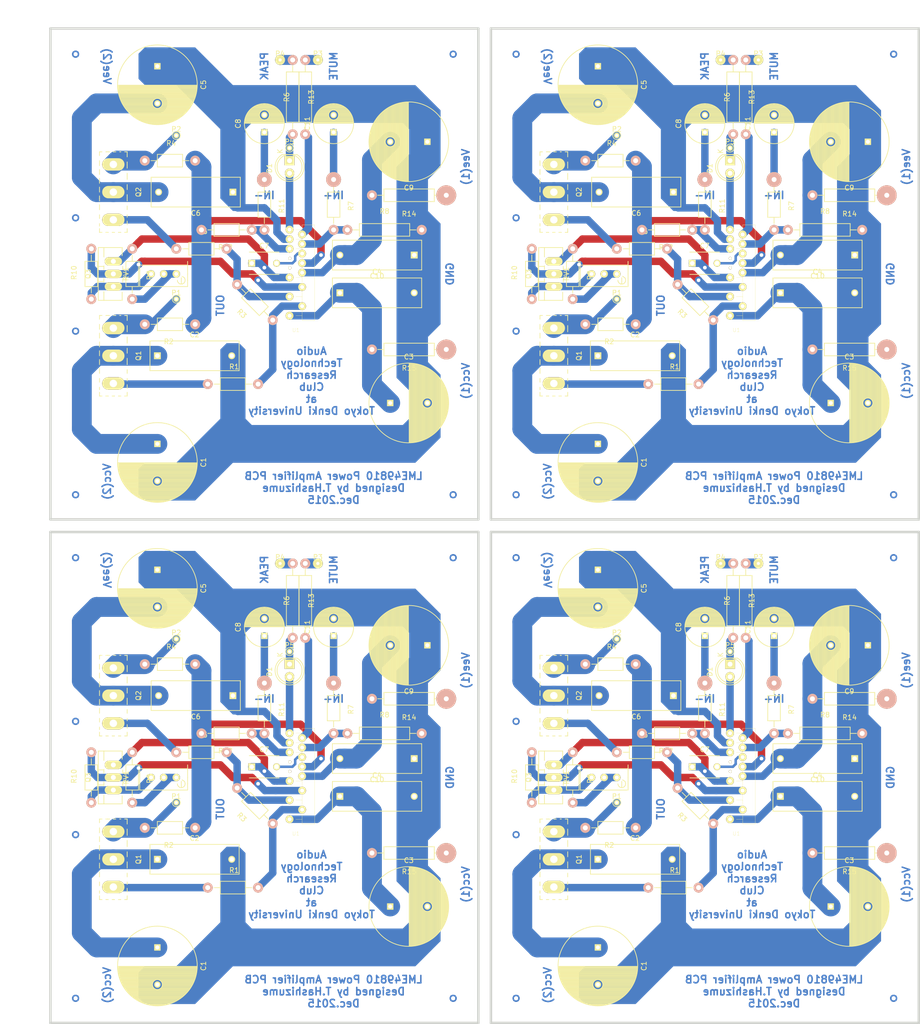
<source format=kicad_pcb>
(kicad_pcb (version 4) (host pcbnew 4.0.0-stable)
  (title_block (title Gakuhatsu-Amp_2015) (date 2015-11-23) (rev 2015-Fall) (company "Audio Technology Research Club at Tokyo Denki University"))
  (layers (0 F.Cu signal) (31 B.Cu signal) (34 B.Paste user) (35 F.Paste user) (36 B.SilkS user) (37 F.SilkS user) (38 B.Mask user) (39 F.Mask user) (44 Edge.Cuts user))
  (net 0 "")
  (net 1 "Net-(D1-Pad1)")
  (net 2 "Net-(D1-Pad2)")
  (net 3 CLH)
  (net 4 BLH)
  (net 5 SinkLH)
  (net 6 SourceLH)
  (net 7 OUTLH)
  (net 8 "Net-(C7-Pad2)")
  (net 9 "Net-(R6-Pad1)")
  (net 10 GND1)
  (net 11 +VccL2)
  (net 12 -VeeL2)
  (net 13 "Net-(Q1-Pad1)")
  (net 14 "Net-(Q2-Pad1)")
  (net 15 "Net-(R7-Pad2)")
  (net 16 "Net-(R9-Pad2)")
  (net 17 "Net-(R11-Pad2)")
  (net 18 ELH)
  (net 19 /IN-)
  (net 20 /IN+)
  (net 21 /Emit-NPN)
  (net 22 /Emit-PNP)
  (net 23 "Net-(P3-Pad1)")
  (net 24 "Net-(P4-Pad1)")
  (net 25 /Vcc)
  (net 26 /Vee)
  (module TO_SOT_Packages_THT:TO-247_Vertical_Neutral123_MountedFromLS (layer F.Cu) (at 27.94 48.26 270)
    (fp_text reference Q2 (at 0 -5.08 270) (layer F.SilkS))
    (fp_text value "PNP(TO-3P-BCE)")
    (pad 2 thru_hole oval (at 0 0) (size 4.50088 2.49936) (drill 1.50114) (layers *.Cu *.Mask F.SilkS) (net 12 -VeeL2))
    (pad 3 thru_hole oval (at -5.588 0) (size 4.50088 2.49936) (drill 1.50114) (layers *.Cu *.Mask F.SilkS) (net 22 /Emit-PNP))
    (pad 1 thru_hole oval (at 5.588 0) (size 4.50088 2.49936) (drill 1.50114) (layers *.Cu *.Mask F.SilkS) (net 14 "Net-(Q2-Pad1)"))
  )
  (module TO_SOT_Packages_THT:TO-247_Vertical_Neutral123_MountedFromLS (layer F.Cu) (at 27.94 81.28 270)
    (fp_text reference Q1 (at 0 -5.08 270) (layer F.SilkS))
    (fp_text value "NPN(TO-3P-BCE)")
    (pad 2 thru_hole oval (at 0 0) (size 4.50088 2.49936) (drill 1.50114) (layers *.Cu *.Mask F.SilkS) (net 11 +VccL2))
    (pad 3 thru_hole oval (at -5.588 0) (size 4.50088 2.49936) (drill 1.50114) (layers *.Cu *.Mask F.SilkS) (net 21 /Emit-NPN))
    (pad 1 thru_hole oval (at 5.588 0) (size 4.50088 2.49936) (drill 1.50114) (layers *.Cu *.Mask F.SilkS) (net 13 "Net-(Q1-Pad1)"))
  )
  (module TO_SOT_Packages_THT:TO-220_Neutral123_Vertical_LargePads (layer F.Cu) (at 27.94 64.77 90)
    (fp_text reference Q3 (at 0 -5.08 90) (layer F.SilkS))
    (fp_text value "NPN(TO-220-BCE)")
    (pad 2 thru_hole oval (at 0 0 180) (size 3.50012 1.69926) (drill 1.00076) (layers *.Cu *.Mask F.SilkS) (net 3 CLH))
    (pad 1 thru_hole oval (at -2.54 0 180) (size 3.50012 1.69926) (drill 1.00076) (layers *.Cu *.Mask F.SilkS) (net 4 BLH))
    (pad 3 thru_hole oval (at 2.54 0 180) (size 3.50012 1.69926) (drill 1.00076) (layers *.Cu *.Mask F.SilkS) (net 18 ELH))
  )
  (module Connect:PINTST (layer F.Cu) (at 40.64 36.83)
    (fp_text reference P2 (at 0 -1.26746) (layer F.SilkS))
    (fp_text value CONN_01X01)
    (pad 1 thru_hole circle (at 0 0) (size 1.143 1.143) (drill 0.635) (layers *.Cu *.Mask F.SilkS) (net 22 /Emit-PNP))
  )
  (module Connect:PINTST (layer F.Cu) (at 40.64 69.85)
    (fp_text reference P1 (at 0 -1.26746) (layer F.SilkS))
    (fp_text value CONN_01X01)
    (pad 1 thru_hole circle (at 0 0) (size 1.143 1.143) (drill 0.635) (layers *.Cu *.Mask F.SilkS) (net 21 /Emit-NPN))
  )
  (module LEDs:LED-5MM (layer F.Cu) (at 63.5 41.91 270)
    (fp_text reference D1 (at 1.524 4.064 270) (layer F.SilkS))
    (fp_text value LED)
    (fp_text user K (at -1.905 1.905 270) (layer F.SilkS))
    (pad 1 thru_hole rect (at 0 0) (size 2 1.9) (drill 1.00076) (layers *.Cu *.Mask F.SilkS) (net 1 "Net-(D1-Pad1)"))
    (pad 2 thru_hole circle (at 2.54 0 270) (size 1.9 1.9) (drill 1.00076) (layers *.Cu *.Mask F.SilkS) (net 2 "Net-(D1-Pad2)"))
  )
  (module Capacitors_ThroughHole:C_Radial_D8_L11.5_P3.5 (layer F.Cu) (at 72.39 36.195 90)
    (fp_text reference C11 (at 1.75 -5.3 90) (layer F.SilkS))
    (fp_text value 470u)
    (pad 2 thru_hole circle (at 3.5 0 90) (size 1.3 1.3) (drill 0.8) (layers *.Cu *.Mask F.SilkS) (net 10 GND1))
    (pad 1 thru_hole rect (at 0 0 90) (size 1.3 1.3) (drill 0.8) (layers *.Cu *.Mask F.SilkS) (net 20 /IN+))
  )
  (module LME49810:LME49810 (layer F.Cu) (at 64.77 64.516 270)
    (fp_text reference U1 (at 11.58 0 540) (layer F.SilkS) (effects (font (size 0.75 0.75) (thickness 0.05))))
    (fp_text value LME49810)
    (pad 13 thru_hole circle (at 4.825 1.27 270) (size 1.6 1.6) (drill 0.8) (layers *.Cu *.Mask F.SilkS) (net 5 SinkLH))
    (pad 15 thru_hole circle (at 8.685 1.27 270) (size 1.6 1.6) (drill 0.8) (layers *.Cu *.Mask F.SilkS) (net 25 /Vcc))
    (pad 14 thru_hole circle (at 6.755 -1.27 270) (size 1.6 1.6) (drill 0.8) (layers *.Cu *.Mask F.SilkS) (net 6 SourceLH))
    (pad 12 thru_hole circle (at 2.895 -1.27 270) (size 1.6 1.6) (drill 0.8) (layers *.Cu *.Mask F.SilkS) (net 3 CLH))
    (pad 11 thru_hole circle (at 0.965 1.27 270) (size 1.6 1.6) (drill 0.8) (layers *.Cu *.Mask F.SilkS) (net 18 ELH))
    (pad 9 thru_hole circle (at -0.965 1.21 270) (size 0.6 0.6) (drill 0.5) (layers *.Mask B.Cu F.SilkS))
    (pad 10 thru_hole circle (at 0 -1.27 270) (size 1.6 1.6) (drill 0.8) (layers *.Cu *.Mask F.SilkS) (net 26 /Vee))
    (pad 2 thru_hole circle (at -7.72 -1.27 270) (size 1.6 1.6) (drill 0.8) (layers *.Cu *.Mask F.SilkS) (net 9 "Net-(R6-Pad1)"))
    (pad 1 thru_hole circle (at -8.685 1.27 270) (size 1.6 1.6) (drill 0.8) (layers *.Cu *.Mask F.SilkS) (net 2 "Net-(D1-Pad2)"))
    (pad 3 thru_hole circle (at -6.755 1.27 270) (size 1.6 1.6) (drill 0.8) (layers *.Cu *.Mask F.SilkS) (net 10 GND1))
    (pad 4 thru_hole circle (at -5.79 -1.27 270) (size 1.6 1.6) (drill 0.8) (layers *.Cu *.Mask F.SilkS) (net 15 "Net-(R7-Pad2)"))
    (pad 8 thru_hole circle (at -1.93 -1.27 270) (size 1.6 1.6) (drill 0.8) (layers *.Cu *.Mask F.SilkS) (net 7 OUTLH))
    (pad 7 thru_hole circle (at -2.895 1.21 270) (size 0.6 0.6) (drill 0.5) (layers *.Mask B.Cu F.SilkS))
    (pad 5 thru_hole circle (at -4.825 1.27 270) (size 1.6 1.6) (drill 0.8) (layers *.Cu *.Mask F.SilkS) (net 17 "Net-(R11-Pad2)"))
    (pad 6 thru_hole circle (at -3.86 -1.27 270) (size 1.6 1.6) (drill 0.8) (layers *.Cu *.Mask F.SilkS) (net 8 "Net-(C7-Pad2)"))
  )
  (module Capacitors_ThroughHole:C_Radial_D16_L31.5_P7.5 (layer F.Cu) (at 36.83 99.06 270)
    (fp_text reference C1 (at 3.75 -9.3 270) (layer F.SilkS))
    (fp_text value 820u,100V)
    (pad 1 thru_hole rect (at 0 0 270) (size 1.3 1.3) (drill 0.8) (layers *.Cu *.Mask F.SilkS) (net 11 +VccL2))
    (pad 2 thru_hole circle (at 7.5 0 270) (size 1.3 1.3) (drill 0.8) (layers *.Cu *.Mask F.SilkS) (net 10 GND1))
  )
  (module Capacitors_ThroughHole:C_Radial_D16_L31.5_P7.5 (layer F.Cu) (at 36.83 22.86 270)
    (fp_text reference C5 (at 3.75 -9.3 270) (layer F.SilkS))
    (fp_text value 820u,100V)
    (pad 1 thru_hole rect (at 0 0 270) (size 1.3 1.3) (drill 0.8) (layers *.Cu *.Mask F.SilkS) (net 10 GND1))
    (pad 2 thru_hole circle (at 7.5 0 270) (size 1.3 1.3) (drill 0.8) (layers *.Cu *.Mask F.SilkS) (net 12 -VeeL2))
  )
  (module Resistors_ThroughHole:Resistor_Horizontal_RM10mm (layer F.Cu) (at 50.8 55.88 180)
    (fp_text reference R12 (at 0.24892 -3.50012 180) (layer F.SilkS))
    (fp_text value 7.5k)
    (pad 1 thru_hole circle (at -5.08 0 180) (size 1.99898 1.99898) (drill 1.00076) (layers *.Cu *.SilkS *.Mask) (net 17 "Net-(R11-Pad2)"))
    (pad 2 thru_hole circle (at 5.08 0 180) (size 1.99898 1.99898) (drill 1.00076) (layers *.Cu *.SilkS *.Mask) (net 7 OUTLH))
  )
  (module Capacitors_ThroughHole:C_Radial_D16_L31.5_P7.5 (layer F.Cu) (at 91.32 38.1 180)
    (fp_text reference C9 (at 3.75 -9.3 180) (layer F.SilkS))
    (fp_text value 820u,100V)
    (pad 1 thru_hole rect (at 0 0 180) (size 1.3 1.3) (drill 0.8) (layers *.Cu *.Mask F.SilkS) (net 10 GND1))
    (pad 2 thru_hole circle (at 7.5 0 180) (size 1.3 1.3) (drill 0.8) (layers *.Cu *.Mask F.SilkS) (net 26 /Vee))
  )
  (module Capacitors_ThroughHole:C_Radial_D16_L31.5_P7.5 (layer F.Cu) (at 83.82 90.805)
    (fp_text reference C3 (at 3.75 -9.3) (layer F.SilkS))
    (fp_text value 820u,100V)
    (pad 1 thru_hole rect (at 0 0) (size 1.3 1.3) (drill 0.8) (layers *.Cu *.Mask F.SilkS) (net 25 /Vcc))
    (pad 2 thru_hole circle (at 7.5 0) (size 1.3 1.3) (drill 0.8) (layers *.Cu *.Mask F.SilkS) (net 10 GND1))
  )
  (module Resistors_ThroughHole:Resistor_Horizontal_RM10mm (layer F.Cu) (at 56.515 70.485 135)
    (fp_text reference R3 (at 0.24892 -3.50012 135) (layer F.SilkS))
    (fp_text value 2.2k)
    (pad 1 thru_hole circle (at -5.08 0 135) (size 1.99898 1.99898) (drill 1.00076) (layers *.Cu *.SilkS *.Mask) (net 6 SourceLH))
    (pad 2 thru_hole circle (at 5.08 0 135) (size 1.99898 1.99898) (drill 1.00076) (layers *.Cu *.SilkS *.Mask) (net 5 SinkLH))
  )
  (module Capacitors_ThroughHole:C_Radial_D8_L11.5_P3.5 (layer F.Cu) (at 58.42 36.195 90)
    (fp_text reference C8 (at 1.75 -5.3 90) (layer F.SilkS))
    (fp_text value 220u)
    (pad 2 thru_hole circle (at 3.5 0 90) (size 1.3 1.3) (drill 0.8) (layers *.Cu *.Mask F.SilkS) (net 10 GND1))
    (pad 1 thru_hole rect (at 0 0 90) (size 1.3 1.3) (drill 0.8) (layers *.Cu *.Mask F.SilkS) (net 19 /IN-))
  )
  (module Capacitors_ThroughHole:C_Disc_D6_P5 (layer F.Cu) (at 55.88 62.611)
    (fp_text reference C7 (at 2.5 -3.5) (layer F.SilkS))
    (fp_text value 10p)
    (pad 1 thru_hole rect (at 0 0) (size 1.4 1.4) (drill 0.9) (layers *.Cu *.Mask F.SilkS) (net 18 ELH))
    (pad 2 thru_hole circle (at 5 0) (size 1.4 1.4) (drill 0.9) (layers *.Cu *.Mask F.SilkS) (net 8 "Net-(C7-Pad2)"))
  )
  (module Potentiometers:Potentiometer_Bourns_3296W_3-8Zoll_Inline_ScrewUp (layer F.Cu) (at 40.64 64.77 90)
    (fp_text reference RV1 (at 0 -10.16 90) (layer F.SilkS))
    (fp_text value 500)
    (pad 2 thru_hole circle (at 0 -2.54 90) (size 1.524 1.524) (drill 0.8128) (layers *.Cu *.Mask F.SilkS) (net 16 "Net-(R9-Pad2)"))
    (pad 3 thru_hole circle (at 0 -5.08 90) (size 1.524 1.524) (drill 0.8128) (layers *.Cu *.Mask F.SilkS) (net 4 BLH))
    (pad 1 thru_hole circle (at 0 0 90) (size 1.524 1.524) (drill 0.8128) (layers *.Cu *.Mask F.SilkS) (net 16 "Net-(R9-Pad2)"))
  )
  (module Resistors_ThroughHole:Resistor_Horizontal_RM10mm (layer F.Cu) (at 58.42 50.8 270)
    (fp_text reference R11 (at 0.24892 -3.50012 270) (layer F.SilkS))
    (fp_text value 470)
    (pad 1 thru_hole circle (at -5.08 0 270) (size 3 3) (drill 1.00076) (layers *.Cu *.SilkS *.Mask) (net 19 /IN-))
    (pad 2 thru_hole circle (at 5.08 0 270) (size 1.99898 1.99898) (drill 1.00076) (layers *.Cu *.SilkS *.Mask) (net 17 "Net-(R11-Pad2)"))
  )
  (module Resistors_ThroughHole:Resistor_Horizontal_RM10mm (layer F.Cu) (at 23.495 64.77 90)
    (fp_text reference R10 (at 0.24892 -3.50012 90) (layer F.SilkS))
    (fp_text value 1.2k)
    (pad 1 thru_hole circle (at -5.08 0 90) (size 1.99898 1.99898) (drill 1.00076) (layers *.Cu *.SilkS *.Mask) (net 4 BLH))
    (pad 2 thru_hole circle (at 5.08 0 90) (size 1.99898 1.99898) (drill 1.00076) (layers *.Cu *.SilkS *.Mask) (net 3 CLH))
  )
  (module Resistors_ThroughHole:Resistor_Horizontal_RM10mm (layer F.Cu) (at 31.75 64.77 270)
    (fp_text reference R9 (at 0.24892 -3.50012 270) (layer F.SilkS))
    (fp_text value 330)
    (pad 1 thru_hole circle (at -5.08 0 270) (size 1.99898 1.99898) (drill 1.00076) (layers *.Cu *.SilkS *.Mask) (net 18 ELH))
    (pad 2 thru_hole circle (at 5.08 0 270) (size 1.99898 1.99898) (drill 1.00076) (layers *.Cu *.SilkS *.Mask) (net 16 "Net-(R9-Pad2)"))
  )
  (module Resistors_ThroughHole:Resistor_Horizontal_RM10mm (layer F.Cu) (at 72.39 50.8 270)
    (fp_text reference R7 (at 0.24892 -3.50012 270) (layer F.SilkS))
    (fp_text value 470)
    (pad 1 thru_hole circle (at -5.08 0 270) (size 3 3) (drill 1.00076) (layers *.Cu *.SilkS *.Mask) (net 20 /IN+))
    (pad 2 thru_hole circle (at 5.08 0 270) (size 1.99898 1.99898) (drill 1.00076) (layers *.Cu *.SilkS *.Mask) (net 15 "Net-(R7-Pad2)"))
  )
  (module Resistors_ThroughHole:Resistor_Horizontal_RM10mm (layer F.Cu) (at 39.37 41.91)
    (fp_text reference R4 (at 0.24892 -3.50012) (layer F.SilkS))
    (fp_text value 0.22)
    (pad 1 thru_hole circle (at -5.08 0) (size 1.99898 1.99898) (drill 1.00076) (layers *.Cu *.SilkS *.Mask) (net 22 /Emit-PNP))
    (pad 2 thru_hole circle (at 5.08 0) (size 1.99898 1.99898) (drill 1.00076) (layers *.Cu *.SilkS *.Mask) (net 7 OUTLH))
  )
  (module Resistors_ThroughHole:Resistor_Horizontal_RM10mm (layer F.Cu) (at 39.37 74.93 180)
    (fp_text reference R2 (at 0.24892 -3.50012 180) (layer F.SilkS))
    (fp_text value 0.22)
    (pad 1 thru_hole circle (at -5.08 0 180) (size 1.99898 1.99898) (drill 1.00076) (layers *.Cu *.SilkS *.Mask) (net 7 OUTLH))
    (pad 2 thru_hole circle (at 5.08 0 180) (size 1.99898 1.99898) (drill 1.00076) (layers *.Cu *.SilkS *.Mask) (net 21 /Emit-NPN))
  )
  (module Resistors_ThroughHole:Resistor_Horizontal_RM10mm (layer F.Cu) (at 52.07 86.995)
    (fp_text reference R1 (at 0.24892 -3.50012) (layer F.SilkS))
    (fp_text value 100)
    (pad 1 thru_hole circle (at -5.08 0) (size 1.99898 1.99898) (drill 1.00076) (layers *.Cu *.SilkS *.Mask) (net 13 "Net-(Q1-Pad1)"))
    (pad 2 thru_hole circle (at 5.08 0) (size 1.99898 1.99898) (drill 1.00076) (layers *.Cu *.SilkS *.Mask) (net 6 SourceLH))
  )
  (module Resistors_ThroughHole:Resistor_Horizontal_RM10mm (layer F.Cu) (at 45.72 59.69)
    (fp_text reference R5 (at 0.24892 -3.50012) (layer F.SilkS))
    (fp_text value 100)
    (pad 1 thru_hole circle (at -5.08 0) (size 1.99898 1.99898) (drill 1.00076) (layers *.Cu *.SilkS *.Mask) (net 14 "Net-(Q2-Pad1)"))
    (pad 2 thru_hole circle (at 5.08 0) (size 1.99898 1.99898) (drill 1.00076) (layers *.Cu *.SilkS *.Mask) (net 5 SinkLH))
  )
  (module Capacitors_ThroughHole:C_Rect_L18_W6_H12_P15 (layer F.Cu) (at 36.83 81.28)
    (fp_text reference C2 (at 7.5 -4.25) (layer F.SilkS))
    (fp_text value 0.1u)
    (pad 1 thru_hole rect (at 0 0) (size 1.4 1.4) (drill 0.9) (layers *.Cu *.Mask F.SilkS) (net 11 +VccL2))
    (pad 2 thru_hole circle (at 15 0) (size 1.4 1.4) (drill 0.9) (layers *.Cu *.Mask F.SilkS) (net 10 GND1))
  )
  (module Capacitors_ThroughHole:C_Rect_L18_W6_H12_P15 (layer F.Cu) (at 73.66 68.58)
    (fp_text reference C4 (at 7.5 -4.25) (layer F.SilkS))
    (fp_text value 0.1u)
    (pad 1 thru_hole rect (at 0 0) (size 1.4 1.4) (drill 0.9) (layers *.Cu *.Mask F.SilkS) (net 25 /Vcc))
    (pad 2 thru_hole circle (at 15 0) (size 1.4 1.4) (drill 0.9) (layers *.Cu *.Mask F.SilkS) (net 10 GND1))
  )
  (module Capacitors_ThroughHole:C_Rect_L18_W6_H12_P15 (layer F.Cu) (at 52.07 48.26 180)
    (fp_text reference C6 (at 7.5 -4.25 180) (layer F.SilkS))
    (fp_text value 0.1u)
    (pad 1 thru_hole rect (at 0 0 180) (size 1.4 1.4) (drill 0.9) (layers *.Cu *.Mask F.SilkS) (net 10 GND1))
    (pad 2 thru_hole circle (at 15 0 180) (size 1.4 1.4) (drill 0.9) (layers *.Cu *.Mask F.SilkS) (net 12 -VeeL2))
  )
  (module Capacitors_ThroughHole:C_Rect_L18_W6_H12_P15 (layer F.Cu) (at 88.66 60.96 180)
    (fp_text reference C10 (at 7.5 -4.25 180) (layer F.SilkS))
    (fp_text value 0.1u)
    (pad 1 thru_hole rect (at 0 0 180) (size 1.4 1.4) (drill 0.9) (layers *.Cu *.Mask F.SilkS) (net 10 GND1))
    (pad 2 thru_hole circle (at 15 0 180) (size 1.4 1.4) (drill 0.9) (layers *.Cu *.Mask F.SilkS) (net 26 /Vee))
  )
  (module Connect:PINTST (layer F.Cu) (at 69.215 21.59)
    (fp_text reference P3 (at 0 -1.26746) (layer F.SilkS))
    (fp_text value CONN_01X01)
    (pad 1 thru_hole circle (at 0 0) (size 1.99898 1.99898) (drill 0.635) (layers *.Cu *.Mask F.SilkS) (net 23 "Net-(P3-Pad1)"))
  )
  (module Connect:PINTST (layer F.Cu) (at 61.595 21.59)
    (fp_text reference P4 (at 0 -1.26746) (layer F.SilkS))
    (fp_text value CONN_01X01)
    (pad 1 thru_hole circle (at 0 0) (size 1.99898 1.99898) (drill 0.635) (layers *.Cu *.Mask F.SilkS) (net 24 "Net-(P4-Pad1)"))
  )
  (module Connect:PINTST (layer F.Cu) (at 63.5 39.37)
    (fp_text reference P5 (at 0 -1.26746) (layer F.SilkS))
    (fp_text value CONN_01X01)
    (pad 1 thru_hole circle (at 0 0) (size 1.143 1.143) (drill 0.635) (layers *.Cu *.Mask F.SilkS) (net 1 "Net-(D1-Pad1)"))
  )
  (module Resistors_ThroughHole:Resistor_Horizontal_RM15mm (layer F.Cu) (at 87.63 80.01 180)
    (fp_text reference R15 (at 0 -3.74904 180) (layer F.SilkS))
    (fp_text value 10)
    (pad 1 thru_hole circle (at -7.5 0 180) (size 4 4) (drill 1.00076) (layers *.Cu *.SilkS *.Mask))
    (pad 2 thru_hole circle (at 7.5 0 180) (size 1.99898 1.99898) (drill 1.00076) (layers *.Cu *.SilkS *.Mask) (net 25 /Vcc))
  )
  (module Resistors_ThroughHole:Resistor_Horizontal_RM15mm (layer F.Cu) (at 87.63 48.895 180)
    (fp_text reference R14 (at 0 -3.74904 180) (layer F.SilkS))
    (fp_text value 10)
    (pad 1 thru_hole circle (at -7.5 0 180) (size 4 4) (drill 1.00076) (layers *.Cu *.SilkS *.Mask))
    (pad 2 thru_hole circle (at 7.5 0 180) (size 1.99898 1.99898) (drill 1.00076) (layers *.Cu *.SilkS *.Mask) (net 26 /Vee))
  )
  (module Resistors_ThroughHole:Resistor_Horizontal_RM15mm (layer F.Cu) (at 82.67 55.88)
    (fp_text reference R8 (at 0 -3.74904) (layer F.SilkS))
    (fp_text value 7.5k)
    (pad 1 thru_hole circle (at -7.5 0) (size 1.99898 1.99898) (drill 1.00076) (layers *.Cu *.SilkS *.Mask) (net 15 "Net-(R7-Pad2)"))
    (pad 2 thru_hole circle (at 7.5 0) (size 1.99898 1.99898) (drill 1.00076) (layers *.Cu *.SilkS *.Mask) (net 10 GND1))
  )
  (module Resistors_ThroughHole:Resistor_Horizontal_RM15mm (layer F.Cu) (at 64.135 29.09 270)
    (fp_text reference R13 (at 0 -3.74904 270) (layer F.SilkS))
    (fp_text value 470)
    (pad 1 thru_hole circle (at -7.5 0 270) (size 1.99898 1.99898) (drill 1.00076) (layers *.Cu *.SilkS *.Mask) (net 24 "Net-(P4-Pad1)"))
    (pad 2 thru_hole circle (at 7.5 0 270) (size 1.99898 1.99898) (drill 1.00076) (layers *.Cu *.SilkS *.Mask) (net 1 "Net-(D1-Pad1)"))
  )
  (module Resistors_ThroughHole:Resistor_Horizontal_RM15mm (layer F.Cu) (at 66.675 29.09 90)
    (fp_text reference R6 (at 0 -3.74904 90) (layer F.SilkS))
    (fp_text value 33k)
    (pad 1 thru_hole circle (at -7.5 0 90) (size 1.99898 1.99898) (drill 1.00076) (layers *.Cu *.SilkS *.Mask) (net 9 "Net-(R6-Pad1)"))
    (pad 2 thru_hole circle (at 7.5 0 90) (size 1.99898 1.99898) (drill 1.00076) (layers *.Cu *.SilkS *.Mask) (net 23 "Net-(P3-Pad1)"))
  )
  (module TO_SOT_Packages_THT:TO-247_Vertical_Neutral123_MountedFromLS (layer F.Cu) (at 116.84 48.26 270)
    (fp_text reference Q2 (at 0 -5.08 270) (layer F.SilkS))
    (fp_text value "PNP(TO-3P-BCE)")
    (pad 2 thru_hole oval (at 0 0) (size 4.50088 2.49936) (drill 1.50114) (layers *.Cu *.Mask F.SilkS) (net 12 -VeeL2))
    (pad 3 thru_hole oval (at -5.588 0) (size 4.50088 2.49936) (drill 1.50114) (layers *.Cu *.Mask F.SilkS) (net 22 /Emit-PNP))
    (pad 1 thru_hole oval (at 5.588 0) (size 4.50088 2.49936) (drill 1.50114) (layers *.Cu *.Mask F.SilkS) (net 14 "Net-(Q2-Pad1)"))
  )
  (module TO_SOT_Packages_THT:TO-247_Vertical_Neutral123_MountedFromLS (layer F.Cu) (at 116.84 81.28 270)
    (fp_text reference Q1 (at 0 -5.08 270) (layer F.SilkS))
    (fp_text value "NPN(TO-3P-BCE)")
    (pad 2 thru_hole oval (at 0 0) (size 4.50088 2.49936) (drill 1.50114) (layers *.Cu *.Mask F.SilkS) (net 11 +VccL2))
    (pad 3 thru_hole oval (at -5.588 0) (size 4.50088 2.49936) (drill 1.50114) (layers *.Cu *.Mask F.SilkS) (net 21 /Emit-NPN))
    (pad 1 thru_hole oval (at 5.588 0) (size 4.50088 2.49936) (drill 1.50114) (layers *.Cu *.Mask F.SilkS) (net 13 "Net-(Q1-Pad1)"))
  )
  (module TO_SOT_Packages_THT:TO-220_Neutral123_Vertical_LargePads (layer F.Cu) (at 116.84 64.77 90)
    (fp_text reference Q3 (at 0 -5.08 90) (layer F.SilkS))
    (fp_text value "NPN(TO-220-BCE)")
    (pad 2 thru_hole oval (at 0 0 180) (size 3.50012 1.69926) (drill 1.00076) (layers *.Cu *.Mask F.SilkS) (net 3 CLH))
    (pad 1 thru_hole oval (at -2.54 0 180) (size 3.50012 1.69926) (drill 1.00076) (layers *.Cu *.Mask F.SilkS) (net 4 BLH))
    (pad 3 thru_hole oval (at 2.54 0 180) (size 3.50012 1.69926) (drill 1.00076) (layers *.Cu *.Mask F.SilkS) (net 18 ELH))
  )
  (module Connect:PINTST (layer F.Cu) (at 129.54 36.83)
    (fp_text reference P2 (at 0 -1.26746) (layer F.SilkS))
    (fp_text value CONN_01X01)
    (pad 1 thru_hole circle (at 0 0) (size 1.143 1.143) (drill 0.635) (layers *.Cu *.Mask F.SilkS) (net 22 /Emit-PNP))
  )
  (module Connect:PINTST (layer F.Cu) (at 129.54 69.85)
    (fp_text reference P1 (at 0 -1.26746) (layer F.SilkS))
    (fp_text value CONN_01X01)
    (pad 1 thru_hole circle (at 0 0) (size 1.143 1.143) (drill 0.635) (layers *.Cu *.Mask F.SilkS) (net 21 /Emit-NPN))
  )
  (module LEDs:LED-5MM (layer F.Cu) (at 152.4 41.91 270)
    (fp_text reference D1 (at 1.524 4.064 270) (layer F.SilkS))
    (fp_text value LED)
    (fp_text user K (at -1.905 1.905 270) (layer F.SilkS))
    (pad 1 thru_hole rect (at 0 0) (size 2 1.9) (drill 1.00076) (layers *.Cu *.Mask F.SilkS) (net 1 "Net-(D1-Pad1)"))
    (pad 2 thru_hole circle (at 2.54 0 270) (size 1.9 1.9) (drill 1.00076) (layers *.Cu *.Mask F.SilkS) (net 2 "Net-(D1-Pad2)"))
  )
  (module Capacitors_ThroughHole:C_Radial_D8_L11.5_P3.5 (layer F.Cu) (at 161.29 36.195 90)
    (fp_text reference C11 (at 1.75 -5.3 90) (layer F.SilkS))
    (fp_text value 470u)
    (pad 2 thru_hole circle (at 3.5 0 90) (size 1.3 1.3) (drill 0.8) (layers *.Cu *.Mask F.SilkS) (net 10 GND1))
    (pad 1 thru_hole rect (at 0 0 90) (size 1.3 1.3) (drill 0.8) (layers *.Cu *.Mask F.SilkS) (net 20 /IN+))
  )
  (module LME49810:LME49810 (layer F.Cu) (at 153.67 64.516 270)
    (fp_text reference U1 (at 11.58 0 540) (layer F.SilkS) (effects (font (size 0.75 0.75) (thickness 0.05))))
    (fp_text value LME49810)
    (pad 13 thru_hole circle (at 4.825 1.27 270) (size 1.6 1.6) (drill 0.8) (layers *.Cu *.Mask F.SilkS) (net 5 SinkLH))
    (pad 15 thru_hole circle (at 8.685 1.27 270) (size 1.6 1.6) (drill 0.8) (layers *.Cu *.Mask F.SilkS) (net 25 /Vcc))
    (pad 14 thru_hole circle (at 6.755 -1.27 270) (size 1.6 1.6) (drill 0.8) (layers *.Cu *.Mask F.SilkS) (net 6 SourceLH))
    (pad 12 thru_hole circle (at 2.895 -1.27 270) (size 1.6 1.6) (drill 0.8) (layers *.Cu *.Mask F.SilkS) (net 3 CLH))
    (pad 11 thru_hole circle (at 0.965 1.27 270) (size 1.6 1.6) (drill 0.8) (layers *.Cu *.Mask F.SilkS) (net 18 ELH))
    (pad 9 thru_hole circle (at -0.965 1.21 270) (size 0.6 0.6) (drill 0.5) (layers *.Mask B.Cu F.SilkS))
    (pad 10 thru_hole circle (at 0 -1.27 270) (size 1.6 1.6) (drill 0.8) (layers *.Cu *.Mask F.SilkS) (net 26 /Vee))
    (pad 2 thru_hole circle (at -7.72 -1.27 270) (size 1.6 1.6) (drill 0.8) (layers *.Cu *.Mask F.SilkS) (net 9 "Net-(R6-Pad1)"))
    (pad 1 thru_hole circle (at -8.685 1.27 270) (size 1.6 1.6) (drill 0.8) (layers *.Cu *.Mask F.SilkS) (net 2 "Net-(D1-Pad2)"))
    (pad 3 thru_hole circle (at -6.755 1.27 270) (size 1.6 1.6) (drill 0.8) (layers *.Cu *.Mask F.SilkS) (net 10 GND1))
    (pad 4 thru_hole circle (at -5.79 -1.27 270) (size 1.6 1.6) (drill 0.8) (layers *.Cu *.Mask F.SilkS) (net 15 "Net-(R7-Pad2)"))
    (pad 8 thru_hole circle (at -1.93 -1.27 270) (size 1.6 1.6) (drill 0.8) (layers *.Cu *.Mask F.SilkS) (net 7 OUTLH))
    (pad 7 thru_hole circle (at -2.895 1.21 270) (size 0.6 0.6) (drill 0.5) (layers *.Mask B.Cu F.SilkS))
    (pad 5 thru_hole circle (at -4.825 1.27 270) (size 1.6 1.6) (drill 0.8) (layers *.Cu *.Mask F.SilkS) (net 17 "Net-(R11-Pad2)"))
    (pad 6 thru_hole circle (at -3.86 -1.27 270) (size 1.6 1.6) (drill 0.8) (layers *.Cu *.Mask F.SilkS) (net 8 "Net-(C7-Pad2)"))
  )
  (module Capacitors_ThroughHole:C_Radial_D16_L31.5_P7.5 (layer F.Cu) (at 125.73 99.06 270)
    (fp_text reference C1 (at 3.75 -9.3 270) (layer F.SilkS))
    (fp_text value 820u,100V)
    (pad 1 thru_hole rect (at 0 0 270) (size 1.3 1.3) (drill 0.8) (layers *.Cu *.Mask F.SilkS) (net 11 +VccL2))
    (pad 2 thru_hole circle (at 7.5 0 270) (size 1.3 1.3) (drill 0.8) (layers *.Cu *.Mask F.SilkS) (net 10 GND1))
  )
  (module Capacitors_ThroughHole:C_Radial_D16_L31.5_P7.5 (layer F.Cu) (at 125.73 22.86 270)
    (fp_text reference C5 (at 3.75 -9.3 270) (layer F.SilkS))
    (fp_text value 820u,100V)
    (pad 1 thru_hole rect (at 0 0 270) (size 1.3 1.3) (drill 0.8) (layers *.Cu *.Mask F.SilkS) (net 10 GND1))
    (pad 2 thru_hole circle (at 7.5 0 270) (size 1.3 1.3) (drill 0.8) (layers *.Cu *.Mask F.SilkS) (net 12 -VeeL2))
  )
  (module Resistors_ThroughHole:Resistor_Horizontal_RM10mm (layer F.Cu) (at 139.7 55.88 180)
    (fp_text reference R12 (at 0.24892 -3.50012 180) (layer F.SilkS))
    (fp_text value 7.5k)
    (pad 1 thru_hole circle (at -5.08 0 180) (size 1.99898 1.99898) (drill 1.00076) (layers *.Cu *.SilkS *.Mask) (net 17 "Net-(R11-Pad2)"))
    (pad 2 thru_hole circle (at 5.08 0 180) (size 1.99898 1.99898) (drill 1.00076) (layers *.Cu *.SilkS *.Mask) (net 7 OUTLH))
  )
  (module Capacitors_ThroughHole:C_Radial_D16_L31.5_P7.5 (layer F.Cu) (at 180.22 38.1 180)
    (fp_text reference C9 (at 3.75 -9.3 180) (layer F.SilkS))
    (fp_text value 820u,100V)
    (pad 1 thru_hole rect (at 0 0 180) (size 1.3 1.3) (drill 0.8) (layers *.Cu *.Mask F.SilkS) (net 10 GND1))
    (pad 2 thru_hole circle (at 7.5 0 180) (size 1.3 1.3) (drill 0.8) (layers *.Cu *.Mask F.SilkS) (net 26 /Vee))
  )
  (module Capacitors_ThroughHole:C_Radial_D16_L31.5_P7.5 (layer F.Cu) (at 172.72 90.805)
    (fp_text reference C3 (at 3.75 -9.3) (layer F.SilkS))
    (fp_text value 820u,100V)
    (pad 1 thru_hole rect (at 0 0) (size 1.3 1.3) (drill 0.8) (layers *.Cu *.Mask F.SilkS) (net 25 /Vcc))
    (pad 2 thru_hole circle (at 7.5 0) (size 1.3 1.3) (drill 0.8) (layers *.Cu *.Mask F.SilkS) (net 10 GND1))
  )
  (module Resistors_ThroughHole:Resistor_Horizontal_RM10mm (layer F.Cu) (at 145.415 70.485 135)
    (fp_text reference R3 (at 0.24892 -3.50012 135) (layer F.SilkS))
    (fp_text value 2.2k)
    (pad 1 thru_hole circle (at -5.08 0 135) (size 1.99898 1.99898) (drill 1.00076) (layers *.Cu *.SilkS *.Mask) (net 6 SourceLH))
    (pad 2 thru_hole circle (at 5.08 0 135) (size 1.99898 1.99898) (drill 1.00076) (layers *.Cu *.SilkS *.Mask) (net 5 SinkLH))
  )
  (module Capacitors_ThroughHole:C_Radial_D8_L11.5_P3.5 (layer F.Cu) (at 147.32 36.195 90)
    (fp_text reference C8 (at 1.75 -5.3 90) (layer F.SilkS))
    (fp_text value 220u)
    (pad 2 thru_hole circle (at 3.5 0 90) (size 1.3 1.3) (drill 0.8) (layers *.Cu *.Mask F.SilkS) (net 10 GND1))
    (pad 1 thru_hole rect (at 0 0 90) (size 1.3 1.3) (drill 0.8) (layers *.Cu *.Mask F.SilkS) (net 19 /IN-))
  )
  (module Capacitors_ThroughHole:C_Disc_D6_P5 (layer F.Cu) (at 144.78 62.611)
    (fp_text reference C7 (at 2.5 -3.5) (layer F.SilkS))
    (fp_text value 10p)
    (pad 1 thru_hole rect (at 0 0) (size 1.4 1.4) (drill 0.9) (layers *.Cu *.Mask F.SilkS) (net 18 ELH))
    (pad 2 thru_hole circle (at 5 0) (size 1.4 1.4) (drill 0.9) (layers *.Cu *.Mask F.SilkS) (net 8 "Net-(C7-Pad2)"))
  )
  (module Potentiometers:Potentiometer_Bourns_3296W_3-8Zoll_Inline_ScrewUp (layer F.Cu) (at 129.54 64.77 90)
    (fp_text reference RV1 (at 0 -10.16 90) (layer F.SilkS))
    (fp_text value 500)
    (pad 2 thru_hole circle (at 0 -2.54 90) (size 1.524 1.524) (drill 0.8128) (layers *.Cu *.Mask F.SilkS) (net 16 "Net-(R9-Pad2)"))
    (pad 3 thru_hole circle (at 0 -5.08 90) (size 1.524 1.524) (drill 0.8128) (layers *.Cu *.Mask F.SilkS) (net 4 BLH))
    (pad 1 thru_hole circle (at 0 0 90) (size 1.524 1.524) (drill 0.8128) (layers *.Cu *.Mask F.SilkS) (net 16 "Net-(R9-Pad2)"))
  )
  (module Resistors_ThroughHole:Resistor_Horizontal_RM10mm (layer F.Cu) (at 147.32 50.8 270)
    (fp_text reference R11 (at 0.24892 -3.50012 270) (layer F.SilkS))
    (fp_text value 470)
    (pad 1 thru_hole circle (at -5.08 0 270) (size 3 3) (drill 1.00076) (layers *.Cu *.SilkS *.Mask) (net 19 /IN-))
    (pad 2 thru_hole circle (at 5.08 0 270) (size 1.99898 1.99898) (drill 1.00076) (layers *.Cu *.SilkS *.Mask) (net 17 "Net-(R11-Pad2)"))
  )
  (module Resistors_ThroughHole:Resistor_Horizontal_RM10mm (layer F.Cu) (at 112.395 64.77 90)
    (fp_text reference R10 (at 0.24892 -3.50012 90) (layer F.SilkS))
    (fp_text value 1.2k)
    (pad 1 thru_hole circle (at -5.08 0 90) (size 1.99898 1.99898) (drill 1.00076) (layers *.Cu *.SilkS *.Mask) (net 4 BLH))
    (pad 2 thru_hole circle (at 5.08 0 90) (size 1.99898 1.99898) (drill 1.00076) (layers *.Cu *.SilkS *.Mask) (net 3 CLH))
  )
  (module Resistors_ThroughHole:Resistor_Horizontal_RM10mm (layer F.Cu) (at 120.65 64.77 270)
    (fp_text reference R9 (at 0.24892 -3.50012 270) (layer F.SilkS))
    (fp_text value 330)
    (pad 1 thru_hole circle (at -5.08 0 270) (size 1.99898 1.99898) (drill 1.00076) (layers *.Cu *.SilkS *.Mask) (net 18 ELH))
    (pad 2 thru_hole circle (at 5.08 0 270) (size 1.99898 1.99898) (drill 1.00076) (layers *.Cu *.SilkS *.Mask) (net 16 "Net-(R9-Pad2)"))
  )
  (module Resistors_ThroughHole:Resistor_Horizontal_RM10mm (layer F.Cu) (at 161.29 50.8 270)
    (fp_text reference R7 (at 0.24892 -3.50012 270) (layer F.SilkS))
    (fp_text value 470)
    (pad 1 thru_hole circle (at -5.08 0 270) (size 3 3) (drill 1.00076) (layers *.Cu *.SilkS *.Mask) (net 20 /IN+))
    (pad 2 thru_hole circle (at 5.08 0 270) (size 1.99898 1.99898) (drill 1.00076) (layers *.Cu *.SilkS *.Mask) (net 15 "Net-(R7-Pad2)"))
  )
  (module Resistors_ThroughHole:Resistor_Horizontal_RM10mm (layer F.Cu) (at 128.27 41.91)
    (fp_text reference R4 (at 0.24892 -3.50012) (layer F.SilkS))
    (fp_text value 0.22)
    (pad 1 thru_hole circle (at -5.08 0) (size 1.99898 1.99898) (drill 1.00076) (layers *.Cu *.SilkS *.Mask) (net 22 /Emit-PNP))
    (pad 2 thru_hole circle (at 5.08 0) (size 1.99898 1.99898) (drill 1.00076) (layers *.Cu *.SilkS *.Mask) (net 7 OUTLH))
  )
  (module Resistors_ThroughHole:Resistor_Horizontal_RM10mm (layer F.Cu) (at 128.27 74.93 180)
    (fp_text reference R2 (at 0.24892 -3.50012 180) (layer F.SilkS))
    (fp_text value 0.22)
    (pad 1 thru_hole circle (at -5.08 0 180) (size 1.99898 1.99898) (drill 1.00076) (layers *.Cu *.SilkS *.Mask) (net 7 OUTLH))
    (pad 2 thru_hole circle (at 5.08 0 180) (size 1.99898 1.99898) (drill 1.00076) (layers *.Cu *.SilkS *.Mask) (net 21 /Emit-NPN))
  )
  (module Resistors_ThroughHole:Resistor_Horizontal_RM10mm (layer F.Cu) (at 140.97 86.995)
    (fp_text reference R1 (at 0.24892 -3.50012) (layer F.SilkS))
    (fp_text value 100)
    (pad 1 thru_hole circle (at -5.08 0) (size 1.99898 1.99898) (drill 1.00076) (layers *.Cu *.SilkS *.Mask) (net 13 "Net-(Q1-Pad1)"))
    (pad 2 thru_hole circle (at 5.08 0) (size 1.99898 1.99898) (drill 1.00076) (layers *.Cu *.SilkS *.Mask) (net 6 SourceLH))
  )
  (module Resistors_ThroughHole:Resistor_Horizontal_RM10mm (layer F.Cu) (at 134.62 59.69)
    (fp_text reference R5 (at 0.24892 -3.50012) (layer F.SilkS))
    (fp_text value 100)
    (pad 1 thru_hole circle (at -5.08 0) (size 1.99898 1.99898) (drill 1.00076) (layers *.Cu *.SilkS *.Mask) (net 14 "Net-(Q2-Pad1)"))
    (pad 2 thru_hole circle (at 5.08 0) (size 1.99898 1.99898) (drill 1.00076) (layers *.Cu *.SilkS *.Mask) (net 5 SinkLH))
  )
  (module Capacitors_ThroughHole:C_Rect_L18_W6_H12_P15 (layer F.Cu) (at 125.73 81.28)
    (fp_text reference C2 (at 7.5 -4.25) (layer F.SilkS))
    (fp_text value 0.1u)
    (pad 1 thru_hole rect (at 0 0) (size 1.4 1.4) (drill 0.9) (layers *.Cu *.Mask F.SilkS) (net 11 +VccL2))
    (pad 2 thru_hole circle (at 15 0) (size 1.4 1.4) (drill 0.9) (layers *.Cu *.Mask F.SilkS) (net 10 GND1))
  )
  (module Capacitors_ThroughHole:C_Rect_L18_W6_H12_P15 (layer F.Cu) (at 162.56 68.58)
    (fp_text reference C4 (at 7.5 -4.25) (layer F.SilkS))
    (fp_text value 0.1u)
    (pad 1 thru_hole rect (at 0 0) (size 1.4 1.4) (drill 0.9) (layers *.Cu *.Mask F.SilkS) (net 25 /Vcc))
    (pad 2 thru_hole circle (at 15 0) (size 1.4 1.4) (drill 0.9) (layers *.Cu *.Mask F.SilkS) (net 10 GND1))
  )
  (module Capacitors_ThroughHole:C_Rect_L18_W6_H12_P15 (layer F.Cu) (at 140.97 48.26 180)
    (fp_text reference C6 (at 7.5 -4.25 180) (layer F.SilkS))
    (fp_text value 0.1u)
    (pad 1 thru_hole rect (at 0 0 180) (size 1.4 1.4) (drill 0.9) (layers *.Cu *.Mask F.SilkS) (net 10 GND1))
    (pad 2 thru_hole circle (at 15 0 180) (size 1.4 1.4) (drill 0.9) (layers *.Cu *.Mask F.SilkS) (net 12 -VeeL2))
  )
  (module Capacitors_ThroughHole:C_Rect_L18_W6_H12_P15 (layer F.Cu) (at 177.56 60.96 180)
    (fp_text reference C10 (at 7.5 -4.25 180) (layer F.SilkS))
    (fp_text value 0.1u)
    (pad 1 thru_hole rect (at 0 0 180) (size 1.4 1.4) (drill 0.9) (layers *.Cu *.Mask F.SilkS) (net 10 GND1))
    (pad 2 thru_hole circle (at 15 0 180) (size 1.4 1.4) (drill 0.9) (layers *.Cu *.Mask F.SilkS) (net 26 /Vee))
  )
  (module Connect:PINTST (layer F.Cu) (at 158.115 21.59)
    (fp_text reference P3 (at 0 -1.26746) (layer F.SilkS))
    (fp_text value CONN_01X01)
    (pad 1 thru_hole circle (at 0 0) (size 1.99898 1.99898) (drill 0.635) (layers *.Cu *.Mask F.SilkS) (net 23 "Net-(P3-Pad1)"))
  )
  (module Connect:PINTST (layer F.Cu) (at 150.495 21.59)
    (fp_text reference P4 (at 0 -1.26746) (layer F.SilkS))
    (fp_text value CONN_01X01)
    (pad 1 thru_hole circle (at 0 0) (size 1.99898 1.99898) (drill 0.635) (layers *.Cu *.Mask F.SilkS) (net 24 "Net-(P4-Pad1)"))
  )
  (module Connect:PINTST (layer F.Cu) (at 152.4 39.37)
    (fp_text reference P5 (at 0 -1.26746) (layer F.SilkS))
    (fp_text value CONN_01X01)
    (pad 1 thru_hole circle (at 0 0) (size 1.143 1.143) (drill 0.635) (layers *.Cu *.Mask F.SilkS) (net 1 "Net-(D1-Pad1)"))
  )
  (module Resistors_ThroughHole:Resistor_Horizontal_RM15mm (layer F.Cu) (at 176.53 80.01 180)
    (fp_text reference R15 (at 0 -3.74904 180) (layer F.SilkS))
    (fp_text value 10)
    (pad 1 thru_hole circle (at -7.5 0 180) (size 4 4) (drill 1.00076) (layers *.Cu *.SilkS *.Mask))
    (pad 2 thru_hole circle (at 7.5 0 180) (size 1.99898 1.99898) (drill 1.00076) (layers *.Cu *.SilkS *.Mask) (net 25 /Vcc))
  )
  (module Resistors_ThroughHole:Resistor_Horizontal_RM15mm (layer F.Cu) (at 176.53 48.895 180)
    (fp_text reference R14 (at 0 -3.74904 180) (layer F.SilkS))
    (fp_text value 10)
    (pad 1 thru_hole circle (at -7.5 0 180) (size 4 4) (drill 1.00076) (layers *.Cu *.SilkS *.Mask))
    (pad 2 thru_hole circle (at 7.5 0 180) (size 1.99898 1.99898) (drill 1.00076) (layers *.Cu *.SilkS *.Mask) (net 26 /Vee))
  )
  (module Resistors_ThroughHole:Resistor_Horizontal_RM15mm (layer F.Cu) (at 171.57 55.88)
    (fp_text reference R8 (at 0 -3.74904) (layer F.SilkS))
    (fp_text value 7.5k)
    (pad 1 thru_hole circle (at -7.5 0) (size 1.99898 1.99898) (drill 1.00076) (layers *.Cu *.SilkS *.Mask) (net 15 "Net-(R7-Pad2)"))
    (pad 2 thru_hole circle (at 7.5 0) (size 1.99898 1.99898) (drill 1.00076) (layers *.Cu *.SilkS *.Mask) (net 10 GND1))
  )
  (module Resistors_ThroughHole:Resistor_Horizontal_RM15mm (layer F.Cu) (at 153.035 29.09 270)
    (fp_text reference R13 (at 0 -3.74904 270) (layer F.SilkS))
    (fp_text value 470)
    (pad 1 thru_hole circle (at -7.5 0 270) (size 1.99898 1.99898) (drill 1.00076) (layers *.Cu *.SilkS *.Mask) (net 24 "Net-(P4-Pad1)"))
    (pad 2 thru_hole circle (at 7.5 0 270) (size 1.99898 1.99898) (drill 1.00076) (layers *.Cu *.SilkS *.Mask) (net 1 "Net-(D1-Pad1)"))
  )
  (module Resistors_ThroughHole:Resistor_Horizontal_RM15mm (layer F.Cu) (at 155.575 29.09 90)
    (fp_text reference R6 (at 0 -3.74904 90) (layer F.SilkS))
    (fp_text value 33k)
    (pad 1 thru_hole circle (at -7.5 0 90) (size 1.99898 1.99898) (drill 1.00076) (layers *.Cu *.SilkS *.Mask) (net 9 "Net-(R6-Pad1)"))
    (pad 2 thru_hole circle (at 7.5 0 90) (size 1.99898 1.99898) (drill 1.00076) (layers *.Cu *.SilkS *.Mask) (net 23 "Net-(P3-Pad1)"))
  )
  (module TO_SOT_Packages_THT:TO-247_Vertical_Neutral123_MountedFromLS (layer F.Cu) (at 27.94 149.86 270)
    (fp_text reference Q2 (at 0 -5.08 270) (layer F.SilkS))
    (fp_text value "PNP(TO-3P-BCE)")
    (pad 2 thru_hole oval (at 0 0) (size 4.50088 2.49936) (drill 1.50114) (layers *.Cu *.Mask F.SilkS) (net 12 -VeeL2))
    (pad 3 thru_hole oval (at -5.588 0) (size 4.50088 2.49936) (drill 1.50114) (layers *.Cu *.Mask F.SilkS) (net 22 /Emit-PNP))
    (pad 1 thru_hole oval (at 5.588 0) (size 4.50088 2.49936) (drill 1.50114) (layers *.Cu *.Mask F.SilkS) (net 14 "Net-(Q2-Pad1)"))
  )
  (module TO_SOT_Packages_THT:TO-247_Vertical_Neutral123_MountedFromLS (layer F.Cu) (at 27.94 182.88 270)
    (fp_text reference Q1 (at 0 -5.08 270) (layer F.SilkS))
    (fp_text value "NPN(TO-3P-BCE)")
    (pad 2 thru_hole oval (at 0 0) (size 4.50088 2.49936) (drill 1.50114) (layers *.Cu *.Mask F.SilkS) (net 11 +VccL2))
    (pad 3 thru_hole oval (at -5.588 0) (size 4.50088 2.49936) (drill 1.50114) (layers *.Cu *.Mask F.SilkS) (net 21 /Emit-NPN))
    (pad 1 thru_hole oval (at 5.588 0) (size 4.50088 2.49936) (drill 1.50114) (layers *.Cu *.Mask F.SilkS) (net 13 "Net-(Q1-Pad1)"))
  )
  (module TO_SOT_Packages_THT:TO-220_Neutral123_Vertical_LargePads (layer F.Cu) (at 27.94 166.37 90)
    (fp_text reference Q3 (at 0 -5.08 90) (layer F.SilkS))
    (fp_text value "NPN(TO-220-BCE)")
    (pad 2 thru_hole oval (at 0 0 180) (size 3.50012 1.69926) (drill 1.00076) (layers *.Cu *.Mask F.SilkS) (net 3 CLH))
    (pad 1 thru_hole oval (at -2.54 0 180) (size 3.50012 1.69926) (drill 1.00076) (layers *.Cu *.Mask F.SilkS) (net 4 BLH))
    (pad 3 thru_hole oval (at 2.54 0 180) (size 3.50012 1.69926) (drill 1.00076) (layers *.Cu *.Mask F.SilkS) (net 18 ELH))
  )
  (module Connect:PINTST (layer F.Cu) (at 40.64 138.43)
    (fp_text reference P2 (at 0 -1.26746) (layer F.SilkS))
    (fp_text value CONN_01X01)
    (pad 1 thru_hole circle (at 0 0) (size 1.143 1.143) (drill 0.635) (layers *.Cu *.Mask F.SilkS) (net 22 /Emit-PNP))
  )
  (module Connect:PINTST (layer F.Cu) (at 40.64 171.45)
    (fp_text reference P1 (at 0 -1.26746) (layer F.SilkS))
    (fp_text value CONN_01X01)
    (pad 1 thru_hole circle (at 0 0) (size 1.143 1.143) (drill 0.635) (layers *.Cu *.Mask F.SilkS) (net 21 /Emit-NPN))
  )
  (module LEDs:LED-5MM (layer F.Cu) (at 63.5 143.51 270)
    (fp_text reference D1 (at 1.524 4.064 270) (layer F.SilkS))
    (fp_text value LED)
    (fp_text user K (at -1.905 1.905 270) (layer F.SilkS))
    (pad 1 thru_hole rect (at 0 0) (size 2 1.9) (drill 1.00076) (layers *.Cu *.Mask F.SilkS) (net 1 "Net-(D1-Pad1)"))
    (pad 2 thru_hole circle (at 2.54 0 270) (size 1.9 1.9) (drill 1.00076) (layers *.Cu *.Mask F.SilkS) (net 2 "Net-(D1-Pad2)"))
  )
  (module Capacitors_ThroughHole:C_Radial_D8_L11.5_P3.5 (layer F.Cu) (at 72.39 137.795 90)
    (fp_text reference C11 (at 1.75 -5.3 90) (layer F.SilkS))
    (fp_text value 470u)
    (pad 2 thru_hole circle (at 3.5 0 90) (size 1.3 1.3) (drill 0.8) (layers *.Cu *.Mask F.SilkS) (net 10 GND1))
    (pad 1 thru_hole rect (at 0 0 90) (size 1.3 1.3) (drill 0.8) (layers *.Cu *.Mask F.SilkS) (net 20 /IN+))
  )
  (module LME49810:LME49810 (layer F.Cu) (at 64.77 166.116 270)
    (fp_text reference U1 (at 11.58 0 540) (layer F.SilkS) (effects (font (size 0.75 0.75) (thickness 0.05))))
    (fp_text value LME49810)
    (pad 13 thru_hole circle (at 4.825 1.27 270) (size 1.6 1.6) (drill 0.8) (layers *.Cu *.Mask F.SilkS) (net 5 SinkLH))
    (pad 15 thru_hole circle (at 8.685 1.27 270) (size 1.6 1.6) (drill 0.8) (layers *.Cu *.Mask F.SilkS) (net 25 /Vcc))
    (pad 14 thru_hole circle (at 6.755 -1.27 270) (size 1.6 1.6) (drill 0.8) (layers *.Cu *.Mask F.SilkS) (net 6 SourceLH))
    (pad 12 thru_hole circle (at 2.895 -1.27 270) (size 1.6 1.6) (drill 0.8) (layers *.Cu *.Mask F.SilkS) (net 3 CLH))
    (pad 11 thru_hole circle (at 0.965 1.27 270) (size 1.6 1.6) (drill 0.8) (layers *.Cu *.Mask F.SilkS) (net 18 ELH))
    (pad 9 thru_hole circle (at -0.965 1.21 270) (size 0.6 0.6) (drill 0.5) (layers *.Mask B.Cu F.SilkS))
    (pad 10 thru_hole circle (at 0 -1.27 270) (size 1.6 1.6) (drill 0.8) (layers *.Cu *.Mask F.SilkS) (net 26 /Vee))
    (pad 2 thru_hole circle (at -7.72 -1.27 270) (size 1.6 1.6) (drill 0.8) (layers *.Cu *.Mask F.SilkS) (net 9 "Net-(R6-Pad1)"))
    (pad 1 thru_hole circle (at -8.685 1.27 270) (size 1.6 1.6) (drill 0.8) (layers *.Cu *.Mask F.SilkS) (net 2 "Net-(D1-Pad2)"))
    (pad 3 thru_hole circle (at -6.755 1.27 270) (size 1.6 1.6) (drill 0.8) (layers *.Cu *.Mask F.SilkS) (net 10 GND1))
    (pad 4 thru_hole circle (at -5.79 -1.27 270) (size 1.6 1.6) (drill 0.8) (layers *.Cu *.Mask F.SilkS) (net 15 "Net-(R7-Pad2)"))
    (pad 8 thru_hole circle (at -1.93 -1.27 270) (size 1.6 1.6) (drill 0.8) (layers *.Cu *.Mask F.SilkS) (net 7 OUTLH))
    (pad 7 thru_hole circle (at -2.895 1.21 270) (size 0.6 0.6) (drill 0.5) (layers *.Mask B.Cu F.SilkS))
    (pad 5 thru_hole circle (at -4.825 1.27 270) (size 1.6 1.6) (drill 0.8) (layers *.Cu *.Mask F.SilkS) (net 17 "Net-(R11-Pad2)"))
    (pad 6 thru_hole circle (at -3.86 -1.27 270) (size 1.6 1.6) (drill 0.8) (layers *.Cu *.Mask F.SilkS) (net 8 "Net-(C7-Pad2)"))
  )
  (module Capacitors_ThroughHole:C_Radial_D16_L31.5_P7.5 (layer F.Cu) (at 36.83 200.66 270)
    (fp_text reference C1 (at 3.75 -9.3 270) (layer F.SilkS))
    (fp_text value 820u,100V)
    (pad 1 thru_hole rect (at 0 0 270) (size 1.3 1.3) (drill 0.8) (layers *.Cu *.Mask F.SilkS) (net 11 +VccL2))
    (pad 2 thru_hole circle (at 7.5 0 270) (size 1.3 1.3) (drill 0.8) (layers *.Cu *.Mask F.SilkS) (net 10 GND1))
  )
  (module Capacitors_ThroughHole:C_Radial_D16_L31.5_P7.5 (layer F.Cu) (at 36.83 124.46 270)
    (fp_text reference C5 (at 3.75 -9.3 270) (layer F.SilkS))
    (fp_text value 820u,100V)
    (pad 1 thru_hole rect (at 0 0 270) (size 1.3 1.3) (drill 0.8) (layers *.Cu *.Mask F.SilkS) (net 10 GND1))
    (pad 2 thru_hole circle (at 7.5 0 270) (size 1.3 1.3) (drill 0.8) (layers *.Cu *.Mask F.SilkS) (net 12 -VeeL2))
  )
  (module Resistors_ThroughHole:Resistor_Horizontal_RM10mm (layer F.Cu) (at 50.8 157.48 180)
    (fp_text reference R12 (at 0.24892 -3.50012 180) (layer F.SilkS))
    (fp_text value 7.5k)
    (pad 1 thru_hole circle (at -5.08 0 180) (size 1.99898 1.99898) (drill 1.00076) (layers *.Cu *.SilkS *.Mask) (net 17 "Net-(R11-Pad2)"))
    (pad 2 thru_hole circle (at 5.08 0 180) (size 1.99898 1.99898) (drill 1.00076) (layers *.Cu *.SilkS *.Mask) (net 7 OUTLH))
  )
  (module Capacitors_ThroughHole:C_Radial_D16_L31.5_P7.5 (layer F.Cu) (at 91.32 139.7 180)
    (fp_text reference C9 (at 3.75 -9.3 180) (layer F.SilkS))
    (fp_text value 820u,100V)
    (pad 1 thru_hole rect (at 0 0 180) (size 1.3 1.3) (drill 0.8) (layers *.Cu *.Mask F.SilkS) (net 10 GND1))
    (pad 2 thru_hole circle (at 7.5 0 180) (size 1.3 1.3) (drill 0.8) (layers *.Cu *.Mask F.SilkS) (net 26 /Vee))
  )
  (module Capacitors_ThroughHole:C_Radial_D16_L31.5_P7.5 (layer F.Cu) (at 83.82 192.405)
    (fp_text reference C3 (at 3.75 -9.3) (layer F.SilkS))
    (fp_text value 820u,100V)
    (pad 1 thru_hole rect (at 0 0) (size 1.3 1.3) (drill 0.8) (layers *.Cu *.Mask F.SilkS) (net 25 /Vcc))
    (pad 2 thru_hole circle (at 7.5 0) (size 1.3 1.3) (drill 0.8) (layers *.Cu *.Mask F.SilkS) (net 10 GND1))
  )
  (module Resistors_ThroughHole:Resistor_Horizontal_RM10mm (layer F.Cu) (at 56.515 172.085 135)
    (fp_text reference R3 (at 0.24892 -3.50012 135) (layer F.SilkS))
    (fp_text value 2.2k)
    (pad 1 thru_hole circle (at -5.08 0 135) (size 1.99898 1.99898) (drill 1.00076) (layers *.Cu *.SilkS *.Mask) (net 6 SourceLH))
    (pad 2 thru_hole circle (at 5.08 0 135) (size 1.99898 1.99898) (drill 1.00076) (layers *.Cu *.SilkS *.Mask) (net 5 SinkLH))
  )
  (module Capacitors_ThroughHole:C_Radial_D8_L11.5_P3.5 (layer F.Cu) (at 58.42 137.795 90)
    (fp_text reference C8 (at 1.75 -5.3 90) (layer F.SilkS))
    (fp_text value 220u)
    (pad 2 thru_hole circle (at 3.5 0 90) (size 1.3 1.3) (drill 0.8) (layers *.Cu *.Mask F.SilkS) (net 10 GND1))
    (pad 1 thru_hole rect (at 0 0 90) (size 1.3 1.3) (drill 0.8) (layers *.Cu *.Mask F.SilkS) (net 19 /IN-))
  )
  (module Capacitors_ThroughHole:C_Disc_D6_P5 (layer F.Cu) (at 55.88 164.211)
    (fp_text reference C7 (at 2.5 -3.5) (layer F.SilkS))
    (fp_text value 10p)
    (pad 1 thru_hole rect (at 0 0) (size 1.4 1.4) (drill 0.9) (layers *.Cu *.Mask F.SilkS) (net 18 ELH))
    (pad 2 thru_hole circle (at 5 0) (size 1.4 1.4) (drill 0.9) (layers *.Cu *.Mask F.SilkS) (net 8 "Net-(C7-Pad2)"))
  )
  (module Potentiometers:Potentiometer_Bourns_3296W_3-8Zoll_Inline_ScrewUp (layer F.Cu) (at 40.64 166.37 90)
    (fp_text reference RV1 (at 0 -10.16 90) (layer F.SilkS))
    (fp_text value 500)
    (pad 2 thru_hole circle (at 0 -2.54 90) (size 1.524 1.524) (drill 0.8128) (layers *.Cu *.Mask F.SilkS) (net 16 "Net-(R9-Pad2)"))
    (pad 3 thru_hole circle (at 0 -5.08 90) (size 1.524 1.524) (drill 0.8128) (layers *.Cu *.Mask F.SilkS) (net 4 BLH))
    (pad 1 thru_hole circle (at 0 0 90) (size 1.524 1.524) (drill 0.8128) (layers *.Cu *.Mask F.SilkS) (net 16 "Net-(R9-Pad2)"))
  )
  (module Resistors_ThroughHole:Resistor_Horizontal_RM10mm (layer F.Cu) (at 58.42 152.4 270)
    (fp_text reference R11 (at 0.24892 -3.50012 270) (layer F.SilkS))
    (fp_text value 470)
    (pad 1 thru_hole circle (at -5.08 0 270) (size 3 3) (drill 1.00076) (layers *.Cu *.SilkS *.Mask) (net 19 /IN-))
    (pad 2 thru_hole circle (at 5.08 0 270) (size 1.99898 1.99898) (drill 1.00076) (layers *.Cu *.SilkS *.Mask) (net 17 "Net-(R11-Pad2)"))
  )
  (module Resistors_ThroughHole:Resistor_Horizontal_RM10mm (layer F.Cu) (at 23.495 166.37 90)
    (fp_text reference R10 (at 0.24892 -3.50012 90) (layer F.SilkS))
    (fp_text value 1.2k)
    (pad 1 thru_hole circle (at -5.08 0 90) (size 1.99898 1.99898) (drill 1.00076) (layers *.Cu *.SilkS *.Mask) (net 4 BLH))
    (pad 2 thru_hole circle (at 5.08 0 90) (size 1.99898 1.99898) (drill 1.00076) (layers *.Cu *.SilkS *.Mask) (net 3 CLH))
  )
  (module Resistors_ThroughHole:Resistor_Horizontal_RM10mm (layer F.Cu) (at 31.75 166.37 270)
    (fp_text reference R9 (at 0.24892 -3.50012 270) (layer F.SilkS))
    (fp_text value 330)
    (pad 1 thru_hole circle (at -5.08 0 270) (size 1.99898 1.99898) (drill 1.00076) (layers *.Cu *.SilkS *.Mask) (net 18 ELH))
    (pad 2 thru_hole circle (at 5.08 0 270) (size 1.99898 1.99898) (drill 1.00076) (layers *.Cu *.SilkS *.Mask) (net 16 "Net-(R9-Pad2)"))
  )
  (module Resistors_ThroughHole:Resistor_Horizontal_RM10mm (layer F.Cu) (at 72.39 152.4 270)
    (fp_text reference R7 (at 0.24892 -3.50012 270) (layer F.SilkS))
    (fp_text value 470)
    (pad 1 thru_hole circle (at -5.08 0 270) (size 3 3) (drill 1.00076) (layers *.Cu *.SilkS *.Mask) (net 20 /IN+))
    (pad 2 thru_hole circle (at 5.08 0 270) (size 1.99898 1.99898) (drill 1.00076) (layers *.Cu *.SilkS *.Mask) (net 15 "Net-(R7-Pad2)"))
  )
  (module Resistors_ThroughHole:Resistor_Horizontal_RM10mm (layer F.Cu) (at 39.37 143.51)
    (fp_text reference R4 (at 0.24892 -3.50012) (layer F.SilkS))
    (fp_text value 0.22)
    (pad 1 thru_hole circle (at -5.08 0) (size 1.99898 1.99898) (drill 1.00076) (layers *.Cu *.SilkS *.Mask) (net 22 /Emit-PNP))
    (pad 2 thru_hole circle (at 5.08 0) (size 1.99898 1.99898) (drill 1.00076) (layers *.Cu *.SilkS *.Mask) (net 7 OUTLH))
  )
  (module Resistors_ThroughHole:Resistor_Horizontal_RM10mm (layer F.Cu) (at 39.37 176.53 180)
    (fp_text reference R2 (at 0.24892 -3.50012 180) (layer F.SilkS))
    (fp_text value 0.22)
    (pad 1 thru_hole circle (at -5.08 0 180) (size 1.99898 1.99898) (drill 1.00076) (layers *.Cu *.SilkS *.Mask) (net 7 OUTLH))
    (pad 2 thru_hole circle (at 5.08 0 180) (size 1.99898 1.99898) (drill 1.00076) (layers *.Cu *.SilkS *.Mask) (net 21 /Emit-NPN))
  )
  (module Resistors_ThroughHole:Resistor_Horizontal_RM10mm (layer F.Cu) (at 52.07 188.595)
    (fp_text reference R1 (at 0.24892 -3.50012) (layer F.SilkS))
    (fp_text value 100)
    (pad 1 thru_hole circle (at -5.08 0) (size 1.99898 1.99898) (drill 1.00076) (layers *.Cu *.SilkS *.Mask) (net 13 "Net-(Q1-Pad1)"))
    (pad 2 thru_hole circle (at 5.08 0) (size 1.99898 1.99898) (drill 1.00076) (layers *.Cu *.SilkS *.Mask) (net 6 SourceLH))
  )
  (module Resistors_ThroughHole:Resistor_Horizontal_RM10mm (layer F.Cu) (at 45.72 161.29)
    (fp_text reference R5 (at 0.24892 -3.50012) (layer F.SilkS))
    (fp_text value 100)
    (pad 1 thru_hole circle (at -5.08 0) (size 1.99898 1.99898) (drill 1.00076) (layers *.Cu *.SilkS *.Mask) (net 14 "Net-(Q2-Pad1)"))
    (pad 2 thru_hole circle (at 5.08 0) (size 1.99898 1.99898) (drill 1.00076) (layers *.Cu *.SilkS *.Mask) (net 5 SinkLH))
  )
  (module Capacitors_ThroughHole:C_Rect_L18_W6_H12_P15 (layer F.Cu) (at 36.83 182.88)
    (fp_text reference C2 (at 7.5 -4.25) (layer F.SilkS))
    (fp_text value 0.1u)
    (pad 1 thru_hole rect (at 0 0) (size 1.4 1.4) (drill 0.9) (layers *.Cu *.Mask F.SilkS) (net 11 +VccL2))
    (pad 2 thru_hole circle (at 15 0) (size 1.4 1.4) (drill 0.9) (layers *.Cu *.Mask F.SilkS) (net 10 GND1))
  )
  (module Capacitors_ThroughHole:C_Rect_L18_W6_H12_P15 (layer F.Cu) (at 73.66 170.18)
    (fp_text reference C4 (at 7.5 -4.25) (layer F.SilkS))
    (fp_text value 0.1u)
    (pad 1 thru_hole rect (at 0 0) (size 1.4 1.4) (drill 0.9) (layers *.Cu *.Mask F.SilkS) (net 25 /Vcc))
    (pad 2 thru_hole circle (at 15 0) (size 1.4 1.4) (drill 0.9) (layers *.Cu *.Mask F.SilkS) (net 10 GND1))
  )
  (module Capacitors_ThroughHole:C_Rect_L18_W6_H12_P15 (layer F.Cu) (at 52.07 149.86 180)
    (fp_text reference C6 (at 7.5 -4.25 180) (layer F.SilkS))
    (fp_text value 0.1u)
    (pad 1 thru_hole rect (at 0 0 180) (size 1.4 1.4) (drill 0.9) (layers *.Cu *.Mask F.SilkS) (net 10 GND1))
    (pad 2 thru_hole circle (at 15 0 180) (size 1.4 1.4) (drill 0.9) (layers *.Cu *.Mask F.SilkS) (net 12 -VeeL2))
  )
  (module Capacitors_ThroughHole:C_Rect_L18_W6_H12_P15 (layer F.Cu) (at 88.66 162.56 180)
    (fp_text reference C10 (at 7.5 -4.25 180) (layer F.SilkS))
    (fp_text value 0.1u)
    (pad 1 thru_hole rect (at 0 0 180) (size 1.4 1.4) (drill 0.9) (layers *.Cu *.Mask F.SilkS) (net 10 GND1))
    (pad 2 thru_hole circle (at 15 0 180) (size 1.4 1.4) (drill 0.9) (layers *.Cu *.Mask F.SilkS) (net 26 /Vee))
  )
  (module Connect:PINTST (layer F.Cu) (at 69.215 123.19)
    (fp_text reference P3 (at 0 -1.26746) (layer F.SilkS))
    (fp_text value CONN_01X01)
    (pad 1 thru_hole circle (at 0 0) (size 1.99898 1.99898) (drill 0.635) (layers *.Cu *.Mask F.SilkS) (net 23 "Net-(P3-Pad1)"))
  )
  (module Connect:PINTST (layer F.Cu) (at 61.595 123.19)
    (fp_text reference P4 (at 0 -1.26746) (layer F.SilkS))
    (fp_text value CONN_01X01)
    (pad 1 thru_hole circle (at 0 0) (size 1.99898 1.99898) (drill 0.635) (layers *.Cu *.Mask F.SilkS) (net 24 "Net-(P4-Pad1)"))
  )
  (module Connect:PINTST (layer F.Cu) (at 63.5 140.97)
    (fp_text reference P5 (at 0 -1.26746) (layer F.SilkS))
    (fp_text value CONN_01X01)
    (pad 1 thru_hole circle (at 0 0) (size 1.143 1.143) (drill 0.635) (layers *.Cu *.Mask F.SilkS) (net 1 "Net-(D1-Pad1)"))
  )
  (module Resistors_ThroughHole:Resistor_Horizontal_RM15mm (layer F.Cu) (at 87.63 181.61 180)
    (fp_text reference R15 (at 0 -3.74904 180) (layer F.SilkS))
    (fp_text value 10)
    (pad 1 thru_hole circle (at -7.5 0 180) (size 4 4) (drill 1.00076) (layers *.Cu *.SilkS *.Mask))
    (pad 2 thru_hole circle (at 7.5 0 180) (size 1.99898 1.99898) (drill 1.00076) (layers *.Cu *.SilkS *.Mask) (net 25 /Vcc))
  )
  (module Resistors_ThroughHole:Resistor_Horizontal_RM15mm (layer F.Cu) (at 87.63 150.495 180)
    (fp_text reference R14 (at 0 -3.74904 180) (layer F.SilkS))
    (fp_text value 10)
    (pad 1 thru_hole circle (at -7.5 0 180) (size 4 4) (drill 1.00076) (layers *.Cu *.SilkS *.Mask))
    (pad 2 thru_hole circle (at 7.5 0 180) (size 1.99898 1.99898) (drill 1.00076) (layers *.Cu *.SilkS *.Mask) (net 26 /Vee))
  )
  (module Resistors_ThroughHole:Resistor_Horizontal_RM15mm (layer F.Cu) (at 82.67 157.48)
    (fp_text reference R8 (at 0 -3.74904) (layer F.SilkS))
    (fp_text value 7.5k)
    (pad 1 thru_hole circle (at -7.5 0) (size 1.99898 1.99898) (drill 1.00076) (layers *.Cu *.SilkS *.Mask) (net 15 "Net-(R7-Pad2)"))
    (pad 2 thru_hole circle (at 7.5 0) (size 1.99898 1.99898) (drill 1.00076) (layers *.Cu *.SilkS *.Mask) (net 10 GND1))
  )
  (module Resistors_ThroughHole:Resistor_Horizontal_RM15mm (layer F.Cu) (at 64.135 130.69 270)
    (fp_text reference R13 (at 0 -3.74904 270) (layer F.SilkS))
    (fp_text value 470)
    (pad 1 thru_hole circle (at -7.5 0 270) (size 1.99898 1.99898) (drill 1.00076) (layers *.Cu *.SilkS *.Mask) (net 24 "Net-(P4-Pad1)"))
    (pad 2 thru_hole circle (at 7.5 0 270) (size 1.99898 1.99898) (drill 1.00076) (layers *.Cu *.SilkS *.Mask) (net 1 "Net-(D1-Pad1)"))
  )
  (module Resistors_ThroughHole:Resistor_Horizontal_RM15mm (layer F.Cu) (at 66.675 130.69 90)
    (fp_text reference R6 (at 0 -3.74904 90) (layer F.SilkS))
    (fp_text value 33k)
    (pad 1 thru_hole circle (at -7.5 0 90) (size 1.99898 1.99898) (drill 1.00076) (layers *.Cu *.SilkS *.Mask) (net 9 "Net-(R6-Pad1)"))
    (pad 2 thru_hole circle (at 7.5 0 90) (size 1.99898 1.99898) (drill 1.00076) (layers *.Cu *.SilkS *.Mask) (net 23 "Net-(P3-Pad1)"))
  )
  (module TO_SOT_Packages_THT:TO-247_Vertical_Neutral123_MountedFromLS (layer F.Cu) (at 116.84 149.86 270)
    (fp_text reference Q2 (at 0 -5.08 270) (layer F.SilkS))
    (fp_text value "PNP(TO-3P-BCE)")
    (pad 2 thru_hole oval (at 0 0) (size 4.50088 2.49936) (drill 1.50114) (layers *.Cu *.Mask F.SilkS) (net 12 -VeeL2))
    (pad 3 thru_hole oval (at -5.588 0) (size 4.50088 2.49936) (drill 1.50114) (layers *.Cu *.Mask F.SilkS) (net 22 /Emit-PNP))
    (pad 1 thru_hole oval (at 5.588 0) (size 4.50088 2.49936) (drill 1.50114) (layers *.Cu *.Mask F.SilkS) (net 14 "Net-(Q2-Pad1)"))
  )
  (module TO_SOT_Packages_THT:TO-247_Vertical_Neutral123_MountedFromLS (layer F.Cu) (at 116.84 182.88 270)
    (fp_text reference Q1 (at 0 -5.08 270) (layer F.SilkS))
    (fp_text value "NPN(TO-3P-BCE)")
    (pad 2 thru_hole oval (at 0 0) (size 4.50088 2.49936) (drill 1.50114) (layers *.Cu *.Mask F.SilkS) (net 11 +VccL2))
    (pad 3 thru_hole oval (at -5.588 0) (size 4.50088 2.49936) (drill 1.50114) (layers *.Cu *.Mask F.SilkS) (net 21 /Emit-NPN))
    (pad 1 thru_hole oval (at 5.588 0) (size 4.50088 2.49936) (drill 1.50114) (layers *.Cu *.Mask F.SilkS) (net 13 "Net-(Q1-Pad1)"))
  )
  (module TO_SOT_Packages_THT:TO-220_Neutral123_Vertical_LargePads (layer F.Cu) (at 116.84 166.37 90)
    (fp_text reference Q3 (at 0 -5.08 90) (layer F.SilkS))
    (fp_text value "NPN(TO-220-BCE)")
    (pad 2 thru_hole oval (at 0 0 180) (size 3.50012 1.69926) (drill 1.00076) (layers *.Cu *.Mask F.SilkS) (net 3 CLH))
    (pad 1 thru_hole oval (at -2.54 0 180) (size 3.50012 1.69926) (drill 1.00076) (layers *.Cu *.Mask F.SilkS) (net 4 BLH))
    (pad 3 thru_hole oval (at 2.54 0 180) (size 3.50012 1.69926) (drill 1.00076) (layers *.Cu *.Mask F.SilkS) (net 18 ELH))
  )
  (module Connect:PINTST (layer F.Cu) (at 129.54 138.43)
    (fp_text reference P2 (at 0 -1.26746) (layer F.SilkS))
    (fp_text value CONN_01X01)
    (pad 1 thru_hole circle (at 0 0) (size 1.143 1.143) (drill 0.635) (layers *.Cu *.Mask F.SilkS) (net 22 /Emit-PNP))
  )
  (module Connect:PINTST (layer F.Cu) (at 129.54 171.45)
    (fp_text reference P1 (at 0 -1.26746) (layer F.SilkS))
    (fp_text value CONN_01X01)
    (pad 1 thru_hole circle (at 0 0) (size 1.143 1.143) (drill 0.635) (layers *.Cu *.Mask F.SilkS) (net 21 /Emit-NPN))
  )
  (module LEDs:LED-5MM (layer F.Cu) (at 152.4 143.51 270)
    (fp_text reference D1 (at 1.524 4.064 270) (layer F.SilkS))
    (fp_text value LED)
    (fp_text user K (at -1.905 1.905 270) (layer F.SilkS))
    (pad 1 thru_hole rect (at 0 0) (size 2 1.9) (drill 1.00076) (layers *.Cu *.Mask F.SilkS) (net 1 "Net-(D1-Pad1)"))
    (pad 2 thru_hole circle (at 2.54 0 270) (size 1.9 1.9) (drill 1.00076) (layers *.Cu *.Mask F.SilkS) (net 2 "Net-(D1-Pad2)"))
  )
  (module Capacitors_ThroughHole:C_Radial_D8_L11.5_P3.5 (layer F.Cu) (at 161.29 137.795 90)
    (fp_text reference C11 (at 1.75 -5.3 90) (layer F.SilkS))
    (fp_text value 470u)
    (pad 2 thru_hole circle (at 3.5 0 90) (size 1.3 1.3) (drill 0.8) (layers *.Cu *.Mask F.SilkS) (net 10 GND1))
    (pad 1 thru_hole rect (at 0 0 90) (size 1.3 1.3) (drill 0.8) (layers *.Cu *.Mask F.SilkS) (net 20 /IN+))
  )
  (module LME49810:LME49810 (layer F.Cu) (at 153.67 166.116 270)
    (fp_text reference U1 (at 11.58 0 540) (layer F.SilkS) (effects (font (size 0.75 0.75) (thickness 0.05))))
    (fp_text value LME49810)
    (pad 13 thru_hole circle (at 4.825 1.27 270) (size 1.6 1.6) (drill 0.8) (layers *.Cu *.Mask F.SilkS) (net 5 SinkLH))
    (pad 15 thru_hole circle (at 8.685 1.27 270) (size 1.6 1.6) (drill 0.8) (layers *.Cu *.Mask F.SilkS) (net 25 /Vcc))
    (pad 14 thru_hole circle (at 6.755 -1.27 270) (size 1.6 1.6) (drill 0.8) (layers *.Cu *.Mask F.SilkS) (net 6 SourceLH))
    (pad 12 thru_hole circle (at 2.895 -1.27 270) (size 1.6 1.6) (drill 0.8) (layers *.Cu *.Mask F.SilkS) (net 3 CLH))
    (pad 11 thru_hole circle (at 0.965 1.27 270) (size 1.6 1.6) (drill 0.8) (layers *.Cu *.Mask F.SilkS) (net 18 ELH))
    (pad 9 thru_hole circle (at -0.965 1.21 270) (size 0.6 0.6) (drill 0.5) (layers *.Mask B.Cu F.SilkS))
    (pad 10 thru_hole circle (at 0 -1.27 270) (size 1.6 1.6) (drill 0.8) (layers *.Cu *.Mask F.SilkS) (net 26 /Vee))
    (pad 2 thru_hole circle (at -7.72 -1.27 270) (size 1.6 1.6) (drill 0.8) (layers *.Cu *.Mask F.SilkS) (net 9 "Net-(R6-Pad1)"))
    (pad 1 thru_hole circle (at -8.685 1.27 270) (size 1.6 1.6) (drill 0.8) (layers *.Cu *.Mask F.SilkS) (net 2 "Net-(D1-Pad2)"))
    (pad 3 thru_hole circle (at -6.755 1.27 270) (size 1.6 1.6) (drill 0.8) (layers *.Cu *.Mask F.SilkS) (net 10 GND1))
    (pad 4 thru_hole circle (at -5.79 -1.27 270) (size 1.6 1.6) (drill 0.8) (layers *.Cu *.Mask F.SilkS) (net 15 "Net-(R7-Pad2)"))
    (pad 8 thru_hole circle (at -1.93 -1.27 270) (size 1.6 1.6) (drill 0.8) (layers *.Cu *.Mask F.SilkS) (net 7 OUTLH))
    (pad 7 thru_hole circle (at -2.895 1.21 270) (size 0.6 0.6) (drill 0.5) (layers *.Mask B.Cu F.SilkS))
    (pad 5 thru_hole circle (at -4.825 1.27 270) (size 1.6 1.6) (drill 0.8) (layers *.Cu *.Mask F.SilkS) (net 17 "Net-(R11-Pad2)"))
    (pad 6 thru_hole circle (at -3.86 -1.27 270) (size 1.6 1.6) (drill 0.8) (layers *.Cu *.Mask F.SilkS) (net 8 "Net-(C7-Pad2)"))
  )
  (module Capacitors_ThroughHole:C_Radial_D16_L31.5_P7.5 (layer F.Cu) (at 125.73 200.66 270)
    (fp_text reference C1 (at 3.75 -9.3 270) (layer F.SilkS))
    (fp_text value 820u,100V)
    (pad 1 thru_hole rect (at 0 0 270) (size 1.3 1.3) (drill 0.8) (layers *.Cu *.Mask F.SilkS) (net 11 +VccL2))
    (pad 2 thru_hole circle (at 7.5 0 270) (size 1.3 1.3) (drill 0.8) (layers *.Cu *.Mask F.SilkS) (net 10 GND1))
  )
  (module Capacitors_ThroughHole:C_Radial_D16_L31.5_P7.5 (layer F.Cu) (at 125.73 124.46 270)
    (fp_text reference C5 (at 3.75 -9.3 270) (layer F.SilkS))
    (fp_text value 820u,100V)
    (pad 1 thru_hole rect (at 0 0 270) (size 1.3 1.3) (drill 0.8) (layers *.Cu *.Mask F.SilkS) (net 10 GND1))
    (pad 2 thru_hole circle (at 7.5 0 270) (size 1.3 1.3) (drill 0.8) (layers *.Cu *.Mask F.SilkS) (net 12 -VeeL2))
  )
  (module Resistors_ThroughHole:Resistor_Horizontal_RM10mm (layer F.Cu) (at 139.7 157.48 180)
    (fp_text reference R12 (at 0.24892 -3.50012 180) (layer F.SilkS))
    (fp_text value 7.5k)
    (pad 1 thru_hole circle (at -5.08 0 180) (size 1.99898 1.99898) (drill 1.00076) (layers *.Cu *.SilkS *.Mask) (net 17 "Net-(R11-Pad2)"))
    (pad 2 thru_hole circle (at 5.08 0 180) (size 1.99898 1.99898) (drill 1.00076) (layers *.Cu *.SilkS *.Mask) (net 7 OUTLH))
  )
  (module Capacitors_ThroughHole:C_Radial_D16_L31.5_P7.5 (layer F.Cu) (at 180.22 139.7 180)
    (fp_text reference C9 (at 3.75 -9.3 180) (layer F.SilkS))
    (fp_text value 820u,100V)
    (pad 1 thru_hole rect (at 0 0 180) (size 1.3 1.3) (drill 0.8) (layers *.Cu *.Mask F.SilkS) (net 10 GND1))
    (pad 2 thru_hole circle (at 7.5 0 180) (size 1.3 1.3) (drill 0.8) (layers *.Cu *.Mask F.SilkS) (net 26 /Vee))
  )
  (module Capacitors_ThroughHole:C_Radial_D16_L31.5_P7.5 (layer F.Cu) (at 172.72 192.405)
    (fp_text reference C3 (at 3.75 -9.3) (layer F.SilkS))
    (fp_text value 820u,100V)
    (pad 1 thru_hole rect (at 0 0) (size 1.3 1.3) (drill 0.8) (layers *.Cu *.Mask F.SilkS) (net 25 /Vcc))
    (pad 2 thru_hole circle (at 7.5 0) (size 1.3 1.3) (drill 0.8) (layers *.Cu *.Mask F.SilkS) (net 10 GND1))
  )
  (module Resistors_ThroughHole:Resistor_Horizontal_RM10mm (layer F.Cu) (at 145.415 172.085 135)
    (fp_text reference R3 (at 0.24892 -3.50012 135) (layer F.SilkS))
    (fp_text value 2.2k)
    (pad 1 thru_hole circle (at -5.08 0 135) (size 1.99898 1.99898) (drill 1.00076) (layers *.Cu *.SilkS *.Mask) (net 6 SourceLH))
    (pad 2 thru_hole circle (at 5.08 0 135) (size 1.99898 1.99898) (drill 1.00076) (layers *.Cu *.SilkS *.Mask) (net 5 SinkLH))
  )
  (module Capacitors_ThroughHole:C_Radial_D8_L11.5_P3.5 (layer F.Cu) (at 147.32 137.795 90)
    (fp_text reference C8 (at 1.75 -5.3 90) (layer F.SilkS))
    (fp_text value 220u)
    (pad 2 thru_hole circle (at 3.5 0 90) (size 1.3 1.3) (drill 0.8) (layers *.Cu *.Mask F.SilkS) (net 10 GND1))
    (pad 1 thru_hole rect (at 0 0 90) (size 1.3 1.3) (drill 0.8) (layers *.Cu *.Mask F.SilkS) (net 19 /IN-))
  )
  (module Capacitors_ThroughHole:C_Disc_D6_P5 (layer F.Cu) (at 144.78 164.211)
    (fp_text reference C7 (at 2.5 -3.5) (layer F.SilkS))
    (fp_text value 10p)
    (pad 1 thru_hole rect (at 0 0) (size 1.4 1.4) (drill 0.9) (layers *.Cu *.Mask F.SilkS) (net 18 ELH))
    (pad 2 thru_hole circle (at 5 0) (size 1.4 1.4) (drill 0.9) (layers *.Cu *.Mask F.SilkS) (net 8 "Net-(C7-Pad2)"))
  )
  (module Potentiometers:Potentiometer_Bourns_3296W_3-8Zoll_Inline_ScrewUp (layer F.Cu) (at 129.54 166.37 90)
    (fp_text reference RV1 (at 0 -10.16 90) (layer F.SilkS))
    (fp_text value 500)
    (pad 2 thru_hole circle (at 0 -2.54 90) (size 1.524 1.524) (drill 0.8128) (layers *.Cu *.Mask F.SilkS) (net 16 "Net-(R9-Pad2)"))
    (pad 3 thru_hole circle (at 0 -5.08 90) (size 1.524 1.524) (drill 0.8128) (layers *.Cu *.Mask F.SilkS) (net 4 BLH))
    (pad 1 thru_hole circle (at 0 0 90) (size 1.524 1.524) (drill 0.8128) (layers *.Cu *.Mask F.SilkS) (net 16 "Net-(R9-Pad2)"))
  )
  (module Resistors_ThroughHole:Resistor_Horizontal_RM10mm (layer F.Cu) (at 147.32 152.4 270)
    (fp_text reference R11 (at 0.24892 -3.50012 270) (layer F.SilkS))
    (fp_text value 470)
    (pad 1 thru_hole circle (at -5.08 0 270) (size 3 3) (drill 1.00076) (layers *.Cu *.SilkS *.Mask) (net 19 /IN-))
    (pad 2 thru_hole circle (at 5.08 0 270) (size 1.99898 1.99898) (drill 1.00076) (layers *.Cu *.SilkS *.Mask) (net 17 "Net-(R11-Pad2)"))
  )
  (module Resistors_ThroughHole:Resistor_Horizontal_RM10mm (layer F.Cu) (at 112.395 166.37 90)
    (fp_text reference R10 (at 0.24892 -3.50012 90) (layer F.SilkS))
    (fp_text value 1.2k)
    (pad 1 thru_hole circle (at -5.08 0 90) (size 1.99898 1.99898) (drill 1.00076) (layers *.Cu *.SilkS *.Mask) (net 4 BLH))
    (pad 2 thru_hole circle (at 5.08 0 90) (size 1.99898 1.99898) (drill 1.00076) (layers *.Cu *.SilkS *.Mask) (net 3 CLH))
  )
  (module Resistors_ThroughHole:Resistor_Horizontal_RM10mm (layer F.Cu) (at 120.65 166.37 270)
    (fp_text reference R9 (at 0.24892 -3.50012 270) (layer F.SilkS))
    (fp_text value 330)
    (pad 1 thru_hole circle (at -5.08 0 270) (size 1.99898 1.99898) (drill 1.00076) (layers *.Cu *.SilkS *.Mask) (net 18 ELH))
    (pad 2 thru_hole circle (at 5.08 0 270) (size 1.99898 1.99898) (drill 1.00076) (layers *.Cu *.SilkS *.Mask) (net 16 "Net-(R9-Pad2)"))
  )
  (module Resistors_ThroughHole:Resistor_Horizontal_RM10mm (layer F.Cu) (at 161.29 152.4 270)
    (fp_text reference R7 (at 0.24892 -3.50012 270) (layer F.SilkS))
    (fp_text value 470)
    (pad 1 thru_hole circle (at -5.08 0 270) (size 3 3) (drill 1.00076) (layers *.Cu *.SilkS *.Mask) (net 20 /IN+))
    (pad 2 thru_hole circle (at 5.08 0 270) (size 1.99898 1.99898) (drill 1.00076) (layers *.Cu *.SilkS *.Mask) (net 15 "Net-(R7-Pad2)"))
  )
  (module Resistors_ThroughHole:Resistor_Horizontal_RM10mm (layer F.Cu) (at 128.27 143.51)
    (fp_text reference R4 (at 0.24892 -3.50012) (layer F.SilkS))
    (fp_text value 0.22)
    (pad 1 thru_hole circle (at -5.08 0) (size 1.99898 1.99898) (drill 1.00076) (layers *.Cu *.SilkS *.Mask) (net 22 /Emit-PNP))
    (pad 2 thru_hole circle (at 5.08 0) (size 1.99898 1.99898) (drill 1.00076) (layers *.Cu *.SilkS *.Mask) (net 7 OUTLH))
  )
  (module Resistors_ThroughHole:Resistor_Horizontal_RM10mm (layer F.Cu) (at 128.27 176.53 180)
    (fp_text reference R2 (at 0.24892 -3.50012 180) (layer F.SilkS))
    (fp_text value 0.22)
    (pad 1 thru_hole circle (at -5.08 0 180) (size 1.99898 1.99898) (drill 1.00076) (layers *.Cu *.SilkS *.Mask) (net 7 OUTLH))
    (pad 2 thru_hole circle (at 5.08 0 180) (size 1.99898 1.99898) (drill 1.00076) (layers *.Cu *.SilkS *.Mask) (net 21 /Emit-NPN))
  )
  (module Resistors_ThroughHole:Resistor_Horizontal_RM10mm (layer F.Cu) (at 140.97 188.595)
    (fp_text reference R1 (at 0.24892 -3.50012) (layer F.SilkS))
    (fp_text value 100)
    (pad 1 thru_hole circle (at -5.08 0) (size 1.99898 1.99898) (drill 1.00076) (layers *.Cu *.SilkS *.Mask) (net 13 "Net-(Q1-Pad1)"))
    (pad 2 thru_hole circle (at 5.08 0) (size 1.99898 1.99898) (drill 1.00076) (layers *.Cu *.SilkS *.Mask) (net 6 SourceLH))
  )
  (module Resistors_ThroughHole:Resistor_Horizontal_RM10mm (layer F.Cu) (at 134.62 161.29)
    (fp_text reference R5 (at 0.24892 -3.50012) (layer F.SilkS))
    (fp_text value 100)
    (pad 1 thru_hole circle (at -5.08 0) (size 1.99898 1.99898) (drill 1.00076) (layers *.Cu *.SilkS *.Mask) (net 14 "Net-(Q2-Pad1)"))
    (pad 2 thru_hole circle (at 5.08 0) (size 1.99898 1.99898) (drill 1.00076) (layers *.Cu *.SilkS *.Mask) (net 5 SinkLH))
  )
  (module Capacitors_ThroughHole:C_Rect_L18_W6_H12_P15 (layer F.Cu) (at 125.73 182.88)
    (fp_text reference C2 (at 7.5 -4.25) (layer F.SilkS))
    (fp_text value 0.1u)
    (pad 1 thru_hole rect (at 0 0) (size 1.4 1.4) (drill 0.9) (layers *.Cu *.Mask F.SilkS) (net 11 +VccL2))
    (pad 2 thru_hole circle (at 15 0) (size 1.4 1.4) (drill 0.9) (layers *.Cu *.Mask F.SilkS) (net 10 GND1))
  )
  (module Capacitors_ThroughHole:C_Rect_L18_W6_H12_P15 (layer F.Cu) (at 162.56 170.18)
    (fp_text reference C4 (at 7.5 -4.25) (layer F.SilkS))
    (fp_text value 0.1u)
    (pad 1 thru_hole rect (at 0 0) (size 1.4 1.4) (drill 0.9) (layers *.Cu *.Mask F.SilkS) (net 25 /Vcc))
    (pad 2 thru_hole circle (at 15 0) (size 1.4 1.4) (drill 0.9) (layers *.Cu *.Mask F.SilkS) (net 10 GND1))
  )
  (module Capacitors_ThroughHole:C_Rect_L18_W6_H12_P15 (layer F.Cu) (at 140.97 149.86 180)
    (fp_text reference C6 (at 7.5 -4.25 180) (layer F.SilkS))
    (fp_text value 0.1u)
    (pad 1 thru_hole rect (at 0 0 180) (size 1.4 1.4) (drill 0.9) (layers *.Cu *.Mask F.SilkS) (net 10 GND1))
    (pad 2 thru_hole circle (at 15 0 180) (size 1.4 1.4) (drill 0.9) (layers *.Cu *.Mask F.SilkS) (net 12 -VeeL2))
  )
  (module Capacitors_ThroughHole:C_Rect_L18_W6_H12_P15 (layer F.Cu) (at 177.56 162.56 180)
    (fp_text reference C10 (at 7.5 -4.25 180) (layer F.SilkS))
    (fp_text value 0.1u)
    (pad 1 thru_hole rect (at 0 0 180) (size 1.4 1.4) (drill 0.9) (layers *.Cu *.Mask F.SilkS) (net 10 GND1))
    (pad 2 thru_hole circle (at 15 0 180) (size 1.4 1.4) (drill 0.9) (layers *.Cu *.Mask F.SilkS) (net 26 /Vee))
  )
  (module Connect:PINTST (layer F.Cu) (at 158.115 123.19)
    (fp_text reference P3 (at 0 -1.26746) (layer F.SilkS))
    (fp_text value CONN_01X01)
    (pad 1 thru_hole circle (at 0 0) (size 1.99898 1.99898) (drill 0.635) (layers *.Cu *.Mask F.SilkS) (net 23 "Net-(P3-Pad1)"))
  )
  (module Connect:PINTST (layer F.Cu) (at 150.495 123.19)
    (fp_text reference P4 (at 0 -1.26746) (layer F.SilkS))
    (fp_text value CONN_01X01)
    (pad 1 thru_hole circle (at 0 0) (size 1.99898 1.99898) (drill 0.635) (layers *.Cu *.Mask F.SilkS) (net 24 "Net-(P4-Pad1)"))
  )
  (module Connect:PINTST (layer F.Cu) (at 152.4 140.97)
    (fp_text reference P5 (at 0 -1.26746) (layer F.SilkS))
    (fp_text value CONN_01X01)
    (pad 1 thru_hole circle (at 0 0) (size 1.143 1.143) (drill 0.635) (layers *.Cu *.Mask F.SilkS) (net 1 "Net-(D1-Pad1)"))
  )
  (module Resistors_ThroughHole:Resistor_Horizontal_RM15mm (layer F.Cu) (at 176.53 181.61 180)
    (fp_text reference R15 (at 0 -3.74904 180) (layer F.SilkS))
    (fp_text value 10)
    (pad 1 thru_hole circle (at -7.5 0 180) (size 4 4) (drill 1.00076) (layers *.Cu *.SilkS *.Mask))
    (pad 2 thru_hole circle (at 7.5 0 180) (size 1.99898 1.99898) (drill 1.00076) (layers *.Cu *.SilkS *.Mask) (net 25 /Vcc))
  )
  (module Resistors_ThroughHole:Resistor_Horizontal_RM15mm (layer F.Cu) (at 176.53 150.495 180)
    (fp_text reference R14 (at 0 -3.74904 180) (layer F.SilkS))
    (fp_text value 10)
    (pad 1 thru_hole circle (at -7.5 0 180) (size 4 4) (drill 1.00076) (layers *.Cu *.SilkS *.Mask))
    (pad 2 thru_hole circle (at 7.5 0 180) (size 1.99898 1.99898) (drill 1.00076) (layers *.Cu *.SilkS *.Mask) (net 26 /Vee))
  )
  (module Resistors_ThroughHole:Resistor_Horizontal_RM15mm (layer F.Cu) (at 171.57 157.48)
    (fp_text reference R8 (at 0 -3.74904) (layer F.SilkS))
    (fp_text value 7.5k)
    (pad 1 thru_hole circle (at -7.5 0) (size 1.99898 1.99898) (drill 1.00076) (layers *.Cu *.SilkS *.Mask) (net 15 "Net-(R7-Pad2)"))
    (pad 2 thru_hole circle (at 7.5 0) (size 1.99898 1.99898) (drill 1.00076) (layers *.Cu *.SilkS *.Mask) (net 10 GND1))
  )
  (module Resistors_ThroughHole:Resistor_Horizontal_RM15mm (layer F.Cu) (at 153.035 130.69 270)
    (fp_text reference R13 (at 0 -3.74904 270) (layer F.SilkS))
    (fp_text value 470)
    (pad 1 thru_hole circle (at -7.5 0 270) (size 1.99898 1.99898) (drill 1.00076) (layers *.Cu *.SilkS *.Mask) (net 24 "Net-(P4-Pad1)"))
    (pad 2 thru_hole circle (at 7.5 0 270) (size 1.99898 1.99898) (drill 1.00076) (layers *.Cu *.SilkS *.Mask) (net 1 "Net-(D1-Pad1)"))
  )
  (module Resistors_ThroughHole:Resistor_Horizontal_RM15mm (layer F.Cu) (at 155.575 130.69 90)
    (fp_text reference R6 (at 0 -3.74904 90) (layer F.SilkS))
    (fp_text value 33k)
    (pad 1 thru_hole circle (at -7.5 0 90) (size 1.99898 1.99898) (drill 1.00076) (layers *.Cu *.SilkS *.Mask) (net 9 "Net-(R6-Pad1)"))
    (pad 2 thru_hole circle (at 7.5 0 90) (size 1.99898 1.99898) (drill 1.00076) (layers *.Cu *.SilkS *.Mask) (net 23 "Net-(P3-Pad1)"))
  )
  (gr_text "LME49810 Power Amplifier PCB\nDesigned by T.Hashizume\nDec.2015" (at 72.39 107.95) (layer B.Cu) (effects (font (size 1.5 1.5) (thickness 0.3)) (justify mirror)))
  (gr_text ○ (at 20.32 76.2) (layer B.Cu) (effects (font (size 1.5 1.5) (thickness 0.3)) (justify mirror)))
  (gr_text ○ (at 20.32 53.34) (layer B.Cu) (effects (font (size 1.5 1.5) (thickness 0.3)) (justify mirror)))
  (gr_line (start 15.24 114.3) (end 15.24 15.24) (angle 90) (layer Edge.Cuts) (width 0.5))
  (gr_line (start 101.6 114.3) (end 15.24 114.3) (angle 90) (layer Edge.Cuts) (width 0.5))
  (gr_line (start 101.6 15.24) (end 101.6 114.3) (angle 90) (layer Edge.Cuts) (width 0.5))
  (gr_line (start 15.24 15.24) (end 101.6 15.24) (angle 90) (layer Edge.Cuts) (width 0.5))
  (gr_text "Audio\nTechnology\nResearch\nClub\nat\nTokyo Denki University" (at 67.945 86.36) (layer B.Cu) (effects (font (size 1.5 1.5) (thickness 0.3)) (justify mirror)))
  (gr_text PEAK (at 58.42 22.86 90) (layer B.Cu) (effects (font (size 1.5 1.5) (thickness 0.3)) (justify mirror)))
  (gr_text MUTE (at 72.39 22.86 90) (layer B.Cu) (effects (font (size 1.5 1.5) (thickness 0.3)) (justify mirror)))
  (gr_text GND (at 95.885 64.77 90) (layer B.Cu) (effects (font (size 1.5 1.5) (thickness 0.3)) (justify mirror)))
  (gr_text ○ (at 96.52 20.32) (layer B.Cu) (effects (font (size 1.5 1.5) (thickness 0.3)) (justify mirror)))
  (gr_text ○ (at 96.52 109.22) (layer B.Cu) (effects (font (size 1.5 1.5) (thickness 0.3)) (justify mirror)))
  (gr_text ○ (at 20.32 109.22) (layer B.Cu) (effects (font (size 1.5 1.5) (thickness 0.3)) (justify mirror)))
  (gr_text IN- (at 58.42 48.895) (layer B.Cu) (effects (font (size 1.5 1.5) (thickness 0.3)) (justify mirror)))
  (gr_text IN+ (at 72.39 48.895) (layer B.Cu) (effects (font (size 1.5 1.5) (thickness 0.3)) (justify mirror)))
  (gr_text OUT (at 49.53 71.12 90) (layer B.Cu) (effects (font (size 1.5 1.5) (thickness 0.3)) (justify mirror)))
  (gr_text "Vcc(2)" (at 26.67 106.68 90) (layer B.Cu) (effects (font (size 1.5 1.5) (thickness 0.3)) (justify mirror)))
  (gr_text "Vee(2)" (at 26.67 22.86 270) (layer B.Cu) (effects (font (size 1.5 1.5) (thickness 0.3)) (justify mirror)))
  (gr_text "Vee(1)" (at 99.06 43.18 90) (layer B.Cu) (effects (font (size 1.5 1.5) (thickness 0.3)) (justify mirror)))
  (gr_text "Vcc(1)" (at 99.06 86.36 90) (layer B.Cu) (effects (font (size 1.5 1.5) (thickness 0.3)) (justify mirror)))
  (gr_text ○ (at 20.32 20.32) (layer B.Cu) (effects (font (size 1.5 1.5) (thickness 0.3)) (justify mirror)))
  (gr_text "LME49810 Power Amplifier PCB\nDesigned by T.Hashizume\nDec.2015" (at 161.29 107.95) (layer B.Cu) (effects (font (size 1.5 1.5) (thickness 0.3)) (justify mirror)))
  (gr_text ○ (at 109.22 76.2) (layer B.Cu) (effects (font (size 1.5 1.5) (thickness 0.3)) (justify mirror)))
  (gr_text ○ (at 109.22 53.34) (layer B.Cu) (effects (font (size 1.5 1.5) (thickness 0.3)) (justify mirror)))
  (gr_line (start 104.14 114.3) (end 104.14 15.24) (angle 90) (layer Edge.Cuts) (width 0.5))
  (gr_line (start 190.5 114.3) (end 104.14 114.3) (angle 90) (layer Edge.Cuts) (width 0.5))
  (gr_line (start 190.5 15.24) (end 190.5 114.3) (angle 90) (layer Edge.Cuts) (width 0.5))
  (gr_line (start 104.14 15.24) (end 190.5 15.24) (angle 90) (layer Edge.Cuts) (width 0.5))
  (gr_text "Audio\nTechnology\nResearch\nClub\nat\nTokyo Denki University" (at 156.845 86.36) (layer B.Cu) (effects (font (size 1.5 1.5) (thickness 0.3)) (justify mirror)))
  (gr_text PEAK (at 147.32 22.86 90) (layer B.Cu) (effects (font (size 1.5 1.5) (thickness 0.3)) (justify mirror)))
  (gr_text MUTE (at 161.29 22.86 90) (layer B.Cu) (effects (font (size 1.5 1.5) (thickness 0.3)) (justify mirror)))
  (gr_text GND (at 184.785 64.77 90) (layer B.Cu) (effects (font (size 1.5 1.5) (thickness 0.3)) (justify mirror)))
  (gr_text ○ (at 185.42 20.32) (layer B.Cu) (effects (font (size 1.5 1.5) (thickness 0.3)) (justify mirror)))
  (gr_text ○ (at 185.42 109.22) (layer B.Cu) (effects (font (size 1.5 1.5) (thickness 0.3)) (justify mirror)))
  (gr_text ○ (at 109.22 109.22) (layer B.Cu) (effects (font (size 1.5 1.5) (thickness 0.3)) (justify mirror)))
  (gr_text IN- (at 147.32 48.895) (layer B.Cu) (effects (font (size 1.5 1.5) (thickness 0.3)) (justify mirror)))
  (gr_text IN+ (at 161.29 48.895) (layer B.Cu) (effects (font (size 1.5 1.5) (thickness 0.3)) (justify mirror)))
  (gr_text OUT (at 138.43 71.12 90) (layer B.Cu) (effects (font (size 1.5 1.5) (thickness 0.3)) (justify mirror)))
  (gr_text "Vcc(2)" (at 115.57 106.68 90) (layer B.Cu) (effects (font (size 1.5 1.5) (thickness 0.3)) (justify mirror)))
  (gr_text "Vee(2)" (at 115.57 22.86 270) (layer B.Cu) (effects (font (size 1.5 1.5) (thickness 0.3)) (justify mirror)))
  (gr_text "Vee(1)" (at 187.96 43.18 90) (layer B.Cu) (effects (font (size 1.5 1.5) (thickness 0.3)) (justify mirror)))
  (gr_text "Vcc(1)" (at 187.96 86.36 90) (layer B.Cu) (effects (font (size 1.5 1.5) (thickness 0.3)) (justify mirror)))
  (gr_text ○ (at 109.22 20.32) (layer B.Cu) (effects (font (size 1.5 1.5) (thickness 0.3)) (justify mirror)))
  (gr_text "LME49810 Power Amplifier PCB\nDesigned by T.Hashizume\nDec.2015" (at 72.39 209.55) (layer B.Cu) (effects (font (size 1.5 1.5) (thickness 0.3)) (justify mirror)))
  (gr_text ○ (at 20.32 177.8) (layer B.Cu) (effects (font (size 1.5 1.5) (thickness 0.3)) (justify mirror)))
  (gr_text ○ (at 20.32 154.94) (layer B.Cu) (effects (font (size 1.5 1.5) (thickness 0.3)) (justify mirror)))
  (gr_line (start 15.24 215.9) (end 15.24 116.84) (angle 90) (layer Edge.Cuts) (width 0.5))
  (gr_line (start 101.6 215.9) (end 15.24 215.9) (angle 90) (layer Edge.Cuts) (width 0.5))
  (gr_line (start 101.6 116.84) (end 101.6 215.9) (angle 90) (layer Edge.Cuts) (width 0.5))
  (gr_line (start 15.24 116.84) (end 101.6 116.84) (angle 90) (layer Edge.Cuts) (width 0.5))
  (gr_text "Audio\nTechnology\nResearch\nClub\nat\nTokyo Denki University" (at 67.945 187.96) (layer B.Cu) (effects (font (size 1.5 1.5) (thickness 0.3)) (justify mirror)))
  (gr_text PEAK (at 58.42 124.46 90) (layer B.Cu) (effects (font (size 1.5 1.5) (thickness 0.3)) (justify mirror)))
  (gr_text MUTE (at 72.39 124.46 90) (layer B.Cu) (effects (font (size 1.5 1.5) (thickness 0.3)) (justify mirror)))
  (gr_text GND (at 95.885 166.37 90) (layer B.Cu) (effects (font (size 1.5 1.5) (thickness 0.3)) (justify mirror)))
  (gr_text ○ (at 96.52 121.92) (layer B.Cu) (effects (font (size 1.5 1.5) (thickness 0.3)) (justify mirror)))
  (gr_text ○ (at 96.52 210.82) (layer B.Cu) (effects (font (size 1.5 1.5) (thickness 0.3)) (justify mirror)))
  (gr_text ○ (at 20.32 210.82) (layer B.Cu) (effects (font (size 1.5 1.5) (thickness 0.3)) (justify mirror)))
  (gr_text IN- (at 58.42 150.495) (layer B.Cu) (effects (font (size 1.5 1.5) (thickness 0.3)) (justify mirror)))
  (gr_text IN+ (at 72.39 150.495) (layer B.Cu) (effects (font (size 1.5 1.5) (thickness 0.3)) (justify mirror)))
  (gr_text OUT (at 49.53 172.72 90) (layer B.Cu) (effects (font (size 1.5 1.5) (thickness 0.3)) (justify mirror)))
  (gr_text "Vcc(2)" (at 26.67 208.28 90) (layer B.Cu) (effects (font (size 1.5 1.5) (thickness 0.3)) (justify mirror)))
  (gr_text "Vee(2)" (at 26.67 124.46 270) (layer B.Cu) (effects (font (size 1.5 1.5) (thickness 0.3)) (justify mirror)))
  (gr_text "Vee(1)" (at 99.06 144.78 90) (layer B.Cu) (effects (font (size 1.5 1.5) (thickness 0.3)) (justify mirror)))
  (gr_text "Vcc(1)" (at 99.06 187.96 90) (layer B.Cu) (effects (font (size 1.5 1.5) (thickness 0.3)) (justify mirror)))
  (gr_text ○ (at 20.32 121.92) (layer B.Cu) (effects (font (size 1.5 1.5) (thickness 0.3)) (justify mirror)))
  (gr_text "LME49810 Power Amplifier PCB\nDesigned by T.Hashizume\nDec.2015" (at 161.29 209.55) (layer B.Cu) (effects (font (size 1.5 1.5) (thickness 0.3)) (justify mirror)))
  (gr_text ○ (at 109.22 177.8) (layer B.Cu) (effects (font (size 1.5 1.5) (thickness 0.3)) (justify mirror)))
  (gr_text ○ (at 109.22 154.94) (layer B.Cu) (effects (font (size 1.5 1.5) (thickness 0.3)) (justify mirror)))
  (gr_line (start 104.14 215.9) (end 104.14 116.84) (angle 90) (layer Edge.Cuts) (width 0.5))
  (gr_line (start 190.5 215.9) (end 104.14 215.9) (angle 90) (layer Edge.Cuts) (width 0.5))
  (gr_line (start 190.5 116.84) (end 190.5 215.9) (angle 90) (layer Edge.Cuts) (width 0.5))
  (gr_line (start 104.14 116.84) (end 190.5 116.84) (angle 90) (layer Edge.Cuts) (width 0.5))
  (gr_text "Audio\nTechnology\nResearch\nClub\nat\nTokyo Denki University" (at 156.845 187.96) (layer B.Cu) (effects (font (size 1.5 1.5) (thickness 0.3)) (justify mirror)))
  (gr_text PEAK (at 147.32 124.46 90) (layer B.Cu) (effects (font (size 1.5 1.5) (thickness 0.3)) (justify mirror)))
  (gr_text MUTE (at 161.29 124.46 90) (layer B.Cu) (effects (font (size 1.5 1.5) (thickness 0.3)) (justify mirror)))
  (gr_text GND (at 184.785 166.37 90) (layer B.Cu) (effects (font (size 1.5 1.5) (thickness 0.3)) (justify mirror)))
  (gr_text ○ (at 185.42 121.92) (layer B.Cu) (effects (font (size 1.5 1.5) (thickness 0.3)) (justify mirror)))
  (gr_text ○ (at 185.42 210.82) (layer B.Cu) (effects (font (size 1.5 1.5) (thickness 0.3)) (justify mirror)))
  (gr_text ○ (at 109.22 210.82) (layer B.Cu) (effects (font (size 1.5 1.5) (thickness 0.3)) (justify mirror)))
  (gr_text IN- (at 147.32 150.495) (layer B.Cu) (effects (font (size 1.5 1.5) (thickness 0.3)) (justify mirror)))
  (gr_text IN+ (at 161.29 150.495) (layer B.Cu) (effects (font (size 1.5 1.5) (thickness 0.3)) (justify mirror)))
  (gr_text OUT (at 138.43 172.72 90) (layer B.Cu) (effects (font (size 1.5 1.5) (thickness 0.3)) (justify mirror)))
  (gr_text "Vcc(2)" (at 115.57 208.28 90) (layer B.Cu) (effects (font (size 1.5 1.5) (thickness 0.3)) (justify mirror)))
  (gr_text "Vee(2)" (at 115.57 124.46 270) (layer B.Cu) (effects (font (size 1.5 1.5) (thickness 0.3)) (justify mirror)))
  (gr_text "Vee(1)" (at 187.96 144.78 90) (layer B.Cu) (effects (font (size 1.5 1.5) (thickness 0.3)) (justify mirror)))
  (gr_text "Vcc(1)" (at 187.96 187.96 90) (layer B.Cu) (effects (font (size 1.5 1.5) (thickness 0.3)) (justify mirror)))
  (gr_text ○ (at 109.22 121.92) (layer B.Cu) (effects (font (size 1.5 1.5) (thickness 0.3)) (justify mirror)))
  (segment (start 63.5 41.91) (end 63.5 38.1) (width 1.5) (layer B.Cu) (net 1))
  (segment (start 63.5 38.1) (end 63.5 37.225) (width 1.5) (layer B.Cu) (net 1))
  (segment (start 63.5 39.37) (end 63.5 38.1) (width 1.5) (layer B.Cu) (net 1))
  (segment (start 63.5 37.225) (end 64.135 36.59) (width 1.5) (layer B.Cu) (net 1))
  (segment (start 152.4 41.91) (end 152.4 38.1) (width 1.5) (layer B.Cu) (net 1))
  (segment (start 152.4 38.1) (end 152.4 37.225) (width 1.5) (layer B.Cu) (net 1))
  (segment (start 152.4 39.37) (end 152.4 38.1) (width 1.5) (layer B.Cu) (net 1))
  (segment (start 152.4 37.225) (end 153.035 36.59) (width 1.5) (layer B.Cu) (net 1))
  (segment (start 63.5 143.51) (end 63.5 139.7) (width 1.5) (layer B.Cu) (net 1))
  (segment (start 63.5 139.7) (end 63.5 138.825) (width 1.5) (layer B.Cu) (net 1))
  (segment (start 63.5 140.97) (end 63.5 139.7) (width 1.5) (layer B.Cu) (net 1))
  (segment (start 63.5 138.825) (end 64.135 138.19) (width 1.5) (layer B.Cu) (net 1))
  (segment (start 152.4 143.51) (end 152.4 139.7) (width 1.5) (layer B.Cu) (net 1))
  (segment (start 152.4 139.7) (end 152.4 138.825) (width 1.5) (layer B.Cu) (net 1))
  (segment (start 152.4 140.97) (end 152.4 139.7) (width 1.5) (layer B.Cu) (net 1))
  (segment (start 152.4 138.825) (end 153.035 138.19) (width 1.5) (layer B.Cu) (net 1))
  (segment (start 63.5 44.45) (end 63.5 55.831) (width 1.5) (layer B.Cu) (net 2))
  (segment (start 152.4 44.45) (end 152.4 55.831) (width 1.5) (layer B.Cu) (net 2))
  (segment (start 63.5 146.05) (end 63.5 157.431) (width 1.5) (layer B.Cu) (net 2))
  (segment (start 152.4 146.05) (end 152.4 157.431) (width 1.5) (layer B.Cu) (net 2))
  (segment (start 29.845 64.77) (end 27.94 64.77) (width 1.5) (layer B.Cu) (net 3))
  (segment (start 29.845 64.77) (end 31.115 64.77) (width 1.5) (layer B.Cu) (net 3))
  (segment (start 31.115 64.77) (end 33.02 62.865) (width 1.5) (layer B.Cu) (net 3))
  (via (at 33.02 62.865) (size 1.5) (drill 0.75) (layers F.Cu B.Cu) (net 3))
  (segment (start 33.655 62.23) (end 33.02 62.865) (width 1.5) (layer F.Cu) (net 3))
  (segment (start 34.29 62.23) (end 33.655 62.23) (width 1.5) (layer F.Cu) (net 3))
  (segment (start 55.88 64.77) (end 52.07 64.77) (width 1.5) (layer F.Cu) (net 3))
  (segment (start 57.15 66.04) (end 55.88 64.77) (width 1.5) (layer F.Cu) (net 3))
  (segment (start 52.07 64.77) (end 49.53 62.23) (width 1.5) (layer F.Cu) (net 3))
  (segment (start 49.53 62.23) (end 34.29 62.23) (width 1.5) (layer F.Cu) (net 3))
  (segment (start 57.15 66.04) (end 58.521 67.411) (width 1.5) (layer B.Cu) (net 3))
  (segment (start 58.521 67.411) (end 60.706 67.411) (width 1.5) (layer B.Cu) (net 3))
  (segment (start 60.706 67.411) (end 66.04 67.411) (width 1.5) (layer B.Cu) (net 3))
  (via (at 57.15 66.04) (size 1.5) (drill 0.75) (layers F.Cu B.Cu) (net 3))
  (segment (start 23.495 59.69) (end 23.495 63.5) (width 1.5) (layer B.Cu) (net 3))
  (segment (start 23.495 63.5) (end 24.765 64.77) (width 1.5) (layer B.Cu) (net 3))
  (segment (start 27.94 64.77) (end 24.765 64.77) (width 1.5) (layer B.Cu) (net 3))
  (segment (start 118.745 64.77) (end 116.84 64.77) (width 1.5) (layer B.Cu) (net 3))
  (segment (start 118.745 64.77) (end 120.015 64.77) (width 1.5) (layer B.Cu) (net 3))
  (segment (start 120.015 64.77) (end 121.92 62.865) (width 1.5) (layer B.Cu) (net 3))
  (via (at 121.92 62.865) (size 1.5) (drill 0.75) (layers F.Cu B.Cu) (net 3))
  (segment (start 122.555 62.23) (end 121.92 62.865) (width 1.5) (layer F.Cu) (net 3))
  (segment (start 123.19 62.23) (end 122.555 62.23) (width 1.5) (layer F.Cu) (net 3))
  (segment (start 144.78 64.77) (end 140.97 64.77) (width 1.5) (layer F.Cu) (net 3))
  (segment (start 146.05 66.04) (end 144.78 64.77) (width 1.5) (layer F.Cu) (net 3))
  (segment (start 140.97 64.77) (end 138.43 62.23) (width 1.5) (layer F.Cu) (net 3))
  (segment (start 138.43 62.23) (end 123.19 62.23) (width 1.5) (layer F.Cu) (net 3))
  (segment (start 146.05 66.04) (end 147.421 67.411) (width 1.5) (layer B.Cu) (net 3))
  (segment (start 147.421 67.411) (end 149.606 67.411) (width 1.5) (layer B.Cu) (net 3))
  (segment (start 149.606 67.411) (end 154.94 67.411) (width 1.5) (layer B.Cu) (net 3))
  (via (at 146.05 66.04) (size 1.5) (drill 0.75) (layers F.Cu B.Cu) (net 3))
  (segment (start 112.395 59.69) (end 112.395 63.5) (width 1.5) (layer B.Cu) (net 3))
  (segment (start 112.395 63.5) (end 113.665 64.77) (width 1.5) (layer B.Cu) (net 3))
  (segment (start 116.84 64.77) (end 113.665 64.77) (width 1.5) (layer B.Cu) (net 3))
  (segment (start 29.845 166.37) (end 27.94 166.37) (width 1.5) (layer B.Cu) (net 3))
  (segment (start 29.845 166.37) (end 31.115 166.37) (width 1.5) (layer B.Cu) (net 3))
  (segment (start 31.115 166.37) (end 33.02 164.465) (width 1.5) (layer B.Cu) (net 3))
  (via (at 33.02 164.465) (size 1.5) (drill 0.75) (layers F.Cu B.Cu) (net 3))
  (segment (start 33.655 163.83) (end 33.02 164.465) (width 1.5) (layer F.Cu) (net 3))
  (segment (start 34.29 163.83) (end 33.655 163.83) (width 1.5) (layer F.Cu) (net 3))
  (segment (start 55.88 166.37) (end 52.07 166.37) (width 1.5) (layer F.Cu) (net 3))
  (segment (start 57.15 167.64) (end 55.88 166.37) (width 1.5) (layer F.Cu) (net 3))
  (segment (start 52.07 166.37) (end 49.53 163.83) (width 1.5) (layer F.Cu) (net 3))
  (segment (start 49.53 163.83) (end 34.29 163.83) (width 1.5) (layer F.Cu) (net 3))
  (segment (start 57.15 167.64) (end 58.521 169.011) (width 1.5) (layer B.Cu) (net 3))
  (segment (start 58.521 169.011) (end 60.706 169.011) (width 1.5) (layer B.Cu) (net 3))
  (segment (start 60.706 169.011) (end 66.04 169.011) (width 1.5) (layer B.Cu) (net 3))
  (via (at 57.15 167.64) (size 1.5) (drill 0.75) (layers F.Cu B.Cu) (net 3))
  (segment (start 23.495 161.29) (end 23.495 165.1) (width 1.5) (layer B.Cu) (net 3))
  (segment (start 23.495 165.1) (end 24.765 166.37) (width 1.5) (layer B.Cu) (net 3))
  (segment (start 27.94 166.37) (end 24.765 166.37) (width 1.5) (layer B.Cu) (net 3))
  (segment (start 118.745 166.37) (end 116.84 166.37) (width 1.5) (layer B.Cu) (net 3))
  (segment (start 118.745 166.37) (end 120.015 166.37) (width 1.5) (layer B.Cu) (net 3))
  (segment (start 120.015 166.37) (end 121.92 164.465) (width 1.5) (layer B.Cu) (net 3))
  (via (at 121.92 164.465) (size 1.5) (drill 0.75) (layers F.Cu B.Cu) (net 3))
  (segment (start 122.555 163.83) (end 121.92 164.465) (width 1.5) (layer F.Cu) (net 3))
  (segment (start 123.19 163.83) (end 122.555 163.83) (width 1.5) (layer F.Cu) (net 3))
  (segment (start 144.78 166.37) (end 140.97 166.37) (width 1.5) (layer F.Cu) (net 3))
  (segment (start 146.05 167.64) (end 144.78 166.37) (width 1.5) (layer F.Cu) (net 3))
  (segment (start 140.97 166.37) (end 138.43 163.83) (width 1.5) (layer F.Cu) (net 3))
  (segment (start 138.43 163.83) (end 123.19 163.83) (width 1.5) (layer F.Cu) (net 3))
  (segment (start 146.05 167.64) (end 147.421 169.011) (width 1.5) (layer B.Cu) (net 3))
  (segment (start 147.421 169.011) (end 149.606 169.011) (width 1.5) (layer B.Cu) (net 3))
  (segment (start 149.606 169.011) (end 154.94 169.011) (width 1.5) (layer B.Cu) (net 3))
  (via (at 146.05 167.64) (size 1.5) (drill 0.75) (layers F.Cu B.Cu) (net 3))
  (segment (start 112.395 161.29) (end 112.395 165.1) (width 1.5) (layer B.Cu) (net 3))
  (segment (start 112.395 165.1) (end 113.665 166.37) (width 1.5) (layer B.Cu) (net 3))
  (segment (start 116.84 166.37) (end 113.665 166.37) (width 1.5) (layer B.Cu) (net 3))
  (segment (start 33.02 67.31) (end 27.94 67.31) (width 1.5) (layer B.Cu) (net 4))
  (segment (start 35.56 64.77) (end 33.02 67.31) (width 1.5) (layer B.Cu) (net 4))
  (segment (start 23.495 69.85) (end 23.495 68.58) (width 1.5) (layer B.Cu) (net 4))
  (segment (start 24.765 67.31) (end 23.495 68.58) (width 1.5) (layer B.Cu) (net 4))
  (segment (start 27.94 67.31) (end 24.765 67.31) (width 1.5) (layer B.Cu) (net 4))
  (segment (start 121.92 67.31) (end 116.84 67.31) (width 1.5) (layer B.Cu) (net 4))
  (segment (start 124.46 64.77) (end 121.92 67.31) (width 1.5) (layer B.Cu) (net 4))
  (segment (start 112.395 69.85) (end 112.395 68.58) (width 1.5) (layer B.Cu) (net 4))
  (segment (start 113.665 67.31) (end 112.395 68.58) (width 1.5) (layer B.Cu) (net 4))
  (segment (start 116.84 67.31) (end 113.665 67.31) (width 1.5) (layer B.Cu) (net 4))
  (segment (start 33.02 168.91) (end 27.94 168.91) (width 1.5) (layer B.Cu) (net 4))
  (segment (start 35.56 166.37) (end 33.02 168.91) (width 1.5) (layer B.Cu) (net 4))
  (segment (start 23.495 171.45) (end 23.495 170.18) (width 1.5) (layer B.Cu) (net 4))
  (segment (start 24.765 168.91) (end 23.495 170.18) (width 1.5) (layer B.Cu) (net 4))
  (segment (start 27.94 168.91) (end 24.765 168.91) (width 1.5) (layer B.Cu) (net 4))
  (segment (start 121.92 168.91) (end 116.84 168.91) (width 1.5) (layer B.Cu) (net 4))
  (segment (start 124.46 166.37) (end 121.92 168.91) (width 1.5) (layer B.Cu) (net 4))
  (segment (start 112.395 171.45) (end 112.395 170.18) (width 1.5) (layer B.Cu) (net 4))
  (segment (start 113.665 168.91) (end 112.395 170.18) (width 1.5) (layer B.Cu) (net 4))
  (segment (start 116.84 168.91) (end 113.665 168.91) (width 1.5) (layer B.Cu) (net 4))
  (segment (start 52.922898 66.892898) (end 52.922898 61.812898) (width 1.5) (layer B.Cu) (net 5))
  (segment (start 52.922898 61.812898) (end 50.8 59.69) (width 1.5) (layer B.Cu) (net 5))
  (segment (start 63.5 69.341) (end 55.371 69.341) (width 1.5) (layer B.Cu) (net 5))
  (segment (start 55.371 69.341) (end 52.922898 66.892898) (width 1.5) (layer B.Cu) (net 5))
  (segment (start 141.822898 66.892898) (end 141.822898 61.812898) (width 1.5) (layer B.Cu) (net 5))
  (segment (start 141.822898 61.812898) (end 139.7 59.69) (width 1.5) (layer B.Cu) (net 5))
  (segment (start 152.4 69.341) (end 144.271 69.341) (width 1.5) (layer B.Cu) (net 5))
  (segment (start 144.271 69.341) (end 141.822898 66.892898) (width 1.5) (layer B.Cu) (net 5))
  (segment (start 52.922898 168.492898) (end 52.922898 163.412898) (width 1.5) (layer B.Cu) (net 5))
  (segment (start 52.922898 163.412898) (end 50.8 161.29) (width 1.5) (layer B.Cu) (net 5))
  (segment (start 63.5 170.941) (end 55.371 170.941) (width 1.5) (layer B.Cu) (net 5))
  (segment (start 55.371 170.941) (end 52.922898 168.492898) (width 1.5) (layer B.Cu) (net 5))
  (segment (start 141.822898 168.492898) (end 141.822898 163.412898) (width 1.5) (layer B.Cu) (net 5))
  (segment (start 141.822898 163.412898) (end 139.7 161.29) (width 1.5) (layer B.Cu) (net 5))
  (segment (start 152.4 170.941) (end 144.271 170.941) (width 1.5) (layer B.Cu) (net 5))
  (segment (start 144.271 170.941) (end 141.822898 168.492898) (width 1.5) (layer B.Cu) (net 5))
  (segment (start 66.04 71.271) (end 62 71.271) (width 1.5) (layer B.Cu) (net 6))
  (segment (start 62 71.271) (end 60.107102 73.163898) (width 1.5) (layer B.Cu) (net 6))
  (segment (start 60.107102 73.163898) (end 60.107102 84.037898) (width 1.5) (layer B.Cu) (net 6))
  (segment (start 60.107102 84.037898) (end 57.15 86.995) (width 1.5) (layer B.Cu) (net 6))
  (segment (start 154.94 71.271) (end 150.9 71.271) (width 1.5) (layer B.Cu) (net 6))
  (segment (start 150.9 71.271) (end 149.007102 73.163898) (width 1.5) (layer B.Cu) (net 6))
  (segment (start 149.007102 73.163898) (end 149.007102 84.037898) (width 1.5) (layer B.Cu) (net 6))
  (segment (start 149.007102 84.037898) (end 146.05 86.995) (width 1.5) (layer B.Cu) (net 6))
  (segment (start 66.04 172.871) (end 62 172.871) (width 1.5) (layer B.Cu) (net 6))
  (segment (start 62 172.871) (end 60.107102 174.763898) (width 1.5) (layer B.Cu) (net 6))
  (segment (start 60.107102 174.763898) (end 60.107102 185.637898) (width 1.5) (layer B.Cu) (net 6))
  (segment (start 60.107102 185.637898) (end 57.15 188.595) (width 1.5) (layer B.Cu) (net 6))
  (segment (start 154.94 172.871) (end 150.9 172.871) (width 1.5) (layer B.Cu) (net 6))
  (segment (start 150.9 172.871) (end 149.007102 174.763898) (width 1.5) (layer B.Cu) (net 6))
  (segment (start 149.007102 174.763898) (end 149.007102 185.637898) (width 1.5) (layer B.Cu) (net 6))
  (segment (start 149.007102 185.637898) (end 146.05 188.595) (width 1.5) (layer B.Cu) (net 6))
  (segment (start 45.72 43.18) (end 45.72 53.34) (width 4) (layer B.Cu) (net 7))
  (segment (start 45.72 53.34) (end 45.72 73.66) (width 4) (layer B.Cu) (net 7))
  (segment (start 45.72 55.88) (end 45.72 53.34) (width 4) (layer B.Cu) (net 7))
  (segment (start 45.72 73.66) (end 44.45 74.93) (width 4) (layer B.Cu) (net 7))
  (segment (start 44.45 41.91) (end 45.72 43.18) (width 4) (layer B.Cu) (net 7))
  (segment (start 66.04 62.586) (end 68.224 62.586) (width 1.5) (layer B.Cu) (net 7))
  (segment (start 68.224 62.586) (end 69.85 60.96) (width 1.5) (layer B.Cu) (net 7))
  (via (at 69.85 60.96) (size 1.5) (drill 0.75) (layers F.Cu B.Cu) (net 7))
  (segment (start 69.85 58.163998) (end 69.85 60.96) (width 1.5) (layer F.Cu) (net 7))
  (segment (start 45.72 55.88) (end 47.569491 54.030509) (width 1.5) (layer F.Cu) (net 7))
  (segment (start 47.569491 54.030509) (end 65.716511 54.030509) (width 1.5) (layer F.Cu) (net 7))
  (segment (start 65.716511 54.030509) (end 69.85 58.163998) (width 1.5) (layer F.Cu) (net 7))
  (segment (start 134.62 43.18) (end 134.62 53.34) (width 4) (layer B.Cu) (net 7))
  (segment (start 134.62 53.34) (end 134.62 73.66) (width 4) (layer B.Cu) (net 7))
  (segment (start 134.62 55.88) (end 134.62 53.34) (width 4) (layer B.Cu) (net 7))
  (segment (start 134.62 73.66) (end 133.35 74.93) (width 4) (layer B.Cu) (net 7))
  (segment (start 133.35 41.91) (end 134.62 43.18) (width 4) (layer B.Cu) (net 7))
  (segment (start 154.94 62.586) (end 157.124 62.586) (width 1.5) (layer B.Cu) (net 7))
  (segment (start 157.124 62.586) (end 158.75 60.96) (width 1.5) (layer B.Cu) (net 7))
  (via (at 158.75 60.96) (size 1.5) (drill 0.75) (layers F.Cu B.Cu) (net 7))
  (segment (start 158.75 58.163998) (end 158.75 60.96) (width 1.5) (layer F.Cu) (net 7))
  (segment (start 134.62 55.88) (end 136.469491 54.030509) (width 1.5) (layer F.Cu) (net 7))
  (segment (start 136.469491 54.030509) (end 154.616511 54.030509) (width 1.5) (layer F.Cu) (net 7))
  (segment (start 154.616511 54.030509) (end 158.75 58.163998) (width 1.5) (layer F.Cu) (net 7))
  (segment (start 45.72 144.78) (end 45.72 154.94) (width 4) (layer B.Cu) (net 7))
  (segment (start 45.72 154.94) (end 45.72 175.26) (width 4) (layer B.Cu) (net 7))
  (segment (start 45.72 157.48) (end 45.72 154.94) (width 4) (layer B.Cu) (net 7))
  (segment (start 45.72 175.26) (end 44.45 176.53) (width 4) (layer B.Cu) (net 7))
  (segment (start 44.45 143.51) (end 45.72 144.78) (width 4) (layer B.Cu) (net 7))
  (segment (start 66.04 164.186) (end 68.224 164.186) (width 1.5) (layer B.Cu) (net 7))
  (segment (start 68.224 164.186) (end 69.85 162.56) (width 1.5) (layer B.Cu) (net 7))
  (via (at 69.85 162.56) (size 1.5) (drill 0.75) (layers F.Cu B.Cu) (net 7))
  (segment (start 69.85 159.763998) (end 69.85 162.56) (width 1.5) (layer F.Cu) (net 7))
  (segment (start 45.72 157.48) (end 47.569491 155.630509) (width 1.5) (layer F.Cu) (net 7))
  (segment (start 47.569491 155.630509) (end 65.716511 155.630509) (width 1.5) (layer F.Cu) (net 7))
  (segment (start 65.716511 155.630509) (end 69.85 159.763998) (width 1.5) (layer F.Cu) (net 7))
  (segment (start 134.62 144.78) (end 134.62 154.94) (width 4) (layer B.Cu) (net 7))
  (segment (start 134.62 154.94) (end 134.62 175.26) (width 4) (layer B.Cu) (net 7))
  (segment (start 134.62 157.48) (end 134.62 154.94) (width 4) (layer B.Cu) (net 7))
  (segment (start 134.62 175.26) (end 133.35 176.53) (width 4) (layer B.Cu) (net 7))
  (segment (start 133.35 143.51) (end 134.62 144.78) (width 4) (layer B.Cu) (net 7))
  (segment (start 154.94 164.186) (end 157.124 164.186) (width 1.5) (layer B.Cu) (net 7))
  (segment (start 157.124 164.186) (end 158.75 162.56) (width 1.5) (layer B.Cu) (net 7))
  (via (at 158.75 162.56) (size 1.5) (drill 0.75) (layers F.Cu B.Cu) (net 7))
  (segment (start 158.75 159.763998) (end 158.75 162.56) (width 1.5) (layer F.Cu) (net 7))
  (segment (start 134.62 157.48) (end 136.469491 155.630509) (width 1.5) (layer F.Cu) (net 7))
  (segment (start 136.469491 155.630509) (end 154.616511 155.630509) (width 1.5) (layer F.Cu) (net 7))
  (segment (start 154.616511 155.630509) (end 158.75 159.763998) (width 1.5) (layer F.Cu) (net 7))
  (segment (start 60.88 62.611) (end 64.085 62.611) (width 0.5) (layer B.Cu) (net 8))
  (segment (start 64.085 62.611) (end 64.643 62.053) (width 0.5) (layer B.Cu) (net 8))
  (segment (start 64.643 62.053) (end 64.643 61.164) (width 0.5) (layer B.Cu) (net 8))
  (segment (start 64.643 61.164) (end 65.151 60.656) (width 0.5) (layer B.Cu) (net 8))
  (segment (start 65.151 60.656) (end 66.04 60.656) (width 0.5) (layer B.Cu) (net 8))
  (segment (start 149.78 62.611) (end 152.985 62.611) (width 0.5) (layer B.Cu) (net 8))
  (segment (start 152.985 62.611) (end 153.543 62.053) (width 0.5) (layer B.Cu) (net 8))
  (segment (start 153.543 62.053) (end 153.543 61.164) (width 0.5) (layer B.Cu) (net 8))
  (segment (start 153.543 61.164) (end 154.051 60.656) (width 0.5) (layer B.Cu) (net 8))
  (segment (start 154.051 60.656) (end 154.94 60.656) (width 0.5) (layer B.Cu) (net 8))
  (segment (start 60.88 164.211) (end 64.085 164.211) (width 0.5) (layer B.Cu) (net 8))
  (segment (start 64.085 164.211) (end 64.643 163.653) (width 0.5) (layer B.Cu) (net 8))
  (segment (start 64.643 163.653) (end 64.643 162.764) (width 0.5) (layer B.Cu) (net 8))
  (segment (start 64.643 162.764) (end 65.151 162.256) (width 0.5) (layer B.Cu) (net 8))
  (segment (start 65.151 162.256) (end 66.04 162.256) (width 0.5) (layer B.Cu) (net 8))
  (segment (start 149.78 164.211) (end 152.985 164.211) (width 0.5) (layer B.Cu) (net 8))
  (segment (start 152.985 164.211) (end 153.543 163.653) (width 0.5) (layer B.Cu) (net 8))
  (segment (start 153.543 163.653) (end 153.543 162.764) (width 0.5) (layer B.Cu) (net 8))
  (segment (start 153.543 162.764) (end 154.051 162.256) (width 0.5) (layer B.Cu) (net 8))
  (segment (start 154.051 162.256) (end 154.94 162.256) (width 0.5) (layer B.Cu) (net 8))
  (segment (start 66.675 36.59) (end 66.689 36.59) (width 1.5) (layer B.Cu) (net 9))
  (segment (start 66.689 36.59) (end 67.31 37.211) (width 1.5) (layer B.Cu) (net 9))
  (segment (start 67.31 37.211) (end 67.31 55.526) (width 1.5) (layer B.Cu) (net 9))
  (segment (start 67.31 55.526) (end 66.04 56.796) (width 1.5) (layer B.Cu) (net 9))
  (segment (start 155.575 36.59) (end 155.589 36.59) (width 1.5) (layer B.Cu) (net 9))
  (segment (start 155.589 36.59) (end 156.21 37.211) (width 1.5) (layer B.Cu) (net 9))
  (segment (start 156.21 37.211) (end 156.21 55.526) (width 1.5) (layer B.Cu) (net 9))
  (segment (start 156.21 55.526) (end 154.94 56.796) (width 1.5) (layer B.Cu) (net 9))
  (segment (start 66.675 138.19) (end 66.689 138.19) (width 1.5) (layer B.Cu) (net 9))
  (segment (start 66.689 138.19) (end 67.31 138.811) (width 1.5) (layer B.Cu) (net 9))
  (segment (start 67.31 138.811) (end 67.31 157.126) (width 1.5) (layer B.Cu) (net 9))
  (segment (start 67.31 157.126) (end 66.04 158.396) (width 1.5) (layer B.Cu) (net 9))
  (segment (start 155.575 138.19) (end 155.589 138.19) (width 1.5) (layer B.Cu) (net 9))
  (segment (start 155.589 138.19) (end 156.21 138.811) (width 1.5) (layer B.Cu) (net 9))
  (segment (start 156.21 138.811) (end 156.21 157.126) (width 1.5) (layer B.Cu) (net 9))
  (segment (start 156.21 157.126) (end 154.94 158.396) (width 1.5) (layer B.Cu) (net 9))
  (segment (start 52.07 48.26) (end 52.07 50.46) (width 1.5) (layer B.Cu) (net 10))
  (segment (start 52.07 50.46) (end 53.045 51.435) (width 1.5) (layer B.Cu) (net 10))
  (segment (start 60.96 56.35237) (end 62.36863 57.761) (width 1.5) (layer B.Cu) (net 10))
  (segment (start 53.045 51.435) (end 58.42 51.435) (width 1.5) (layer B.Cu) (net 10))
  (segment (start 58.42 51.435) (end 60.96 53.975) (width 1.5) (layer B.Cu) (net 10))
  (segment (start 60.96 53.975) (end 60.96 56.35237) (width 1.5) (layer B.Cu) (net 10))
  (segment (start 62.36863 57.761) (end 63.5 57.761) (width 1.5) (layer B.Cu) (net 10))
  (segment (start 140.97 48.26) (end 140.97 50.46) (width 1.5) (layer B.Cu) (net 10))
  (segment (start 140.97 50.46) (end 141.945 51.435) (width 1.5) (layer B.Cu) (net 10))
  (segment (start 149.86 56.35237) (end 151.26863 57.761) (width 1.5) (layer B.Cu) (net 10))
  (segment (start 141.945 51.435) (end 147.32 51.435) (width 1.5) (layer B.Cu) (net 10))
  (segment (start 147.32 51.435) (end 149.86 53.975) (width 1.5) (layer B.Cu) (net 10))
  (segment (start 149.86 53.975) (end 149.86 56.35237) (width 1.5) (layer B.Cu) (net 10))
  (segment (start 151.26863 57.761) (end 152.4 57.761) (width 1.5) (layer B.Cu) (net 10))
  (segment (start 52.07 149.86) (end 52.07 152.06) (width 1.5) (layer B.Cu) (net 10))
  (segment (start 52.07 152.06) (end 53.045 153.035) (width 1.5) (layer B.Cu) (net 10))
  (segment (start 60.96 157.95237) (end 62.36863 159.361) (width 1.5) (layer B.Cu) (net 10))
  (segment (start 53.045 153.035) (end 58.42 153.035) (width 1.5) (layer B.Cu) (net 10))
  (segment (start 58.42 153.035) (end 60.96 155.575) (width 1.5) (layer B.Cu) (net 10))
  (segment (start 60.96 155.575) (end 60.96 157.95237) (width 1.5) (layer B.Cu) (net 10))
  (segment (start 62.36863 159.361) (end 63.5 159.361) (width 1.5) (layer B.Cu) (net 10))
  (segment (start 140.97 149.86) (end 140.97 152.06) (width 1.5) (layer B.Cu) (net 10))
  (segment (start 140.97 152.06) (end 141.945 153.035) (width 1.5) (layer B.Cu) (net 10))
  (segment (start 149.86 157.95237) (end 151.26863 159.361) (width 1.5) (layer B.Cu) (net 10))
  (segment (start 141.945 153.035) (end 147.32 153.035) (width 1.5) (layer B.Cu) (net 10))
  (segment (start 147.32 153.035) (end 149.86 155.575) (width 1.5) (layer B.Cu) (net 10))
  (segment (start 149.86 155.575) (end 149.86 157.95237) (width 1.5) (layer B.Cu) (net 10))
  (segment (start 151.26863 159.361) (end 152.4 159.361) (width 1.5) (layer B.Cu) (net 10))
  (segment (start 27.94 81.28) (end 24.578042 81.28) (width 4) (layer B.Cu) (net 11))
  (segment (start 24.592844 99.06) (end 36.83 99.06) (width 4) (layer B.Cu) (net 11))
  (segment (start 24.578042 81.28) (end 21.576436 84.281606) (width 4) (layer B.Cu) (net 11))
  (segment (start 21.576436 96.043592) (end 24.592844 99.06) (width 4) (layer B.Cu) (net 11))
  (segment (start 21.576436 84.281606) (end 21.576436 96.043592) (width 4) (layer B.Cu) (net 11))
  (segment (start 36.83 81.28) (end 27.94 81.28) (width 4) (layer B.Cu) (net 11))
  (segment (start 116.84 81.28) (end 113.478042 81.28) (width 4) (layer B.Cu) (net 11))
  (segment (start 113.492844 99.06) (end 125.73 99.06) (width 4) (layer B.Cu) (net 11))
  (segment (start 113.478042 81.28) (end 110.476436 84.281606) (width 4) (layer B.Cu) (net 11))
  (segment (start 110.476436 96.043592) (end 113.492844 99.06) (width 4) (layer B.Cu) (net 11))
  (segment (start 110.476436 84.281606) (end 110.476436 96.043592) (width 4) (layer B.Cu) (net 11))
  (segment (start 125.73 81.28) (end 116.84 81.28) (width 4) (layer B.Cu) (net 11))
  (segment (start 27.94 182.88) (end 24.578042 182.88) (width 4) (layer B.Cu) (net 11))
  (segment (start 24.592844 200.66) (end 36.83 200.66) (width 4) (layer B.Cu) (net 11))
  (segment (start 24.578042 182.88) (end 21.576436 185.881606) (width 4) (layer B.Cu) (net 11))
  (segment (start 21.576436 197.643592) (end 24.592844 200.66) (width 4) (layer B.Cu) (net 11))
  (segment (start 21.576436 185.881606) (end 21.576436 197.643592) (width 4) (layer B.Cu) (net 11))
  (segment (start 36.83 182.88) (end 27.94 182.88) (width 4) (layer B.Cu) (net 11))
  (segment (start 116.84 182.88) (end 113.478042 182.88) (width 4) (layer B.Cu) (net 11))
  (segment (start 113.492844 200.66) (end 125.73 200.66) (width 4) (layer B.Cu) (net 11))
  (segment (start 113.478042 182.88) (end 110.476436 185.881606) (width 4) (layer B.Cu) (net 11))
  (segment (start 110.476436 197.643592) (end 113.492844 200.66) (width 4) (layer B.Cu) (net 11))
  (segment (start 110.476436 185.881606) (end 110.476436 197.643592) (width 4) (layer B.Cu) (net 11))
  (segment (start 125.73 182.88) (end 116.84 182.88) (width 4) (layer B.Cu) (net 11))
  (segment (start 27.94 48.26) (end 24.589568 48.26) (width 4) (layer B.Cu) (net 12))
  (segment (start 24.589568 48.26) (end 21.576436 45.246868) (width 4) (layer B.Cu) (net 12))
  (segment (start 21.576436 33.354959) (end 24.571395 30.36) (width 4) (layer B.Cu) (net 12))
  (segment (start 21.576436 45.246868) (end 21.576436 33.354959) (width 4) (layer B.Cu) (net 12))
  (segment (start 24.571395 30.36) (end 36.83 30.36) (width 4) (layer B.Cu) (net 12))
  (segment (start 37.07 48.26) (end 27.94 48.26) (width 4) (layer B.Cu) (net 12))
  (segment (start 116.84 48.26) (end 113.489568 48.26) (width 4) (layer B.Cu) (net 12))
  (segment (start 113.489568 48.26) (end 110.476436 45.246868) (width 4) (layer B.Cu) (net 12))
  (segment (start 110.476436 33.354959) (end 113.471395 30.36) (width 4) (layer B.Cu) (net 12))
  (segment (start 110.476436 45.246868) (end 110.476436 33.354959) (width 4) (layer B.Cu) (net 12))
  (segment (start 113.471395 30.36) (end 125.73 30.36) (width 4) (layer B.Cu) (net 12))
  (segment (start 125.97 48.26) (end 116.84 48.26) (width 4) (layer B.Cu) (net 12))
  (segment (start 27.94 149.86) (end 24.589568 149.86) (width 4) (layer B.Cu) (net 12))
  (segment (start 24.589568 149.86) (end 21.576436 146.846868) (width 4) (layer B.Cu) (net 12))
  (segment (start 21.576436 134.954959) (end 24.571395 131.96) (width 4) (layer B.Cu) (net 12))
  (segment (start 21.576436 146.846868) (end 21.576436 134.954959) (width 4) (layer B.Cu) (net 12))
  (segment (start 24.571395 131.96) (end 36.83 131.96) (width 4) (layer B.Cu) (net 12))
  (segment (start 37.07 149.86) (end 27.94 149.86) (width 4) (layer B.Cu) (net 12))
  (segment (start 116.84 149.86) (end 113.489568 149.86) (width 4) (layer B.Cu) (net 12))
  (segment (start 113.489568 149.86) (end 110.476436 146.846868) (width 4) (layer B.Cu) (net 12))
  (segment (start 110.476436 134.954959) (end 113.471395 131.96) (width 4) (layer B.Cu) (net 12))
  (segment (start 110.476436 146.846868) (end 110.476436 134.954959) (width 4) (layer B.Cu) (net 12))
  (segment (start 113.471395 131.96) (end 125.73 131.96) (width 4) (layer B.Cu) (net 12))
  (segment (start 125.97 149.86) (end 116.84 149.86) (width 4) (layer B.Cu) (net 12))
  (segment (start 46.99 86.995) (end 28.067 86.995) (width 1.5) (layer B.Cu) (net 13))
  (segment (start 28.067 86.995) (end 27.94 86.868) (width 1.5) (layer B.Cu) (net 13))
  (segment (start 135.89 86.995) (end 116.967 86.995) (width 1.5) (layer B.Cu) (net 13))
  (segment (start 116.967 86.995) (end 116.84 86.868) (width 1.5) (layer B.Cu) (net 13))
  (segment (start 46.99 188.595) (end 28.067 188.595) (width 1.5) (layer B.Cu) (net 13))
  (segment (start 28.067 188.595) (end 27.94 188.468) (width 1.5) (layer B.Cu) (net 13))
  (segment (start 135.89 188.595) (end 116.967 188.595) (width 1.5) (layer B.Cu) (net 13))
  (segment (start 116.967 188.595) (end 116.84 188.468) (width 1.5) (layer B.Cu) (net 13))
  (segment (start 40.64 59.69) (end 34.798 53.848) (width 1.5) (layer B.Cu) (net 14))
  (segment (start 34.798 53.848) (end 27.94 53.848) (width 1.5) (layer B.Cu) (net 14))
  (segment (start 129.54 59.69) (end 123.698 53.848) (width 1.5) (layer B.Cu) (net 14))
  (segment (start 123.698 53.848) (end 116.84 53.848) (width 1.5) (layer B.Cu) (net 14))
  (segment (start 40.64 161.29) (end 34.798 155.448) (width 1.5) (layer B.Cu) (net 14))
  (segment (start 34.798 155.448) (end 27.94 155.448) (width 1.5) (layer B.Cu) (net 14))
  (segment (start 129.54 161.29) (end 123.698 155.448) (width 1.5) (layer B.Cu) (net 14))
  (segment (start 123.698 155.448) (end 116.84 155.448) (width 1.5) (layer B.Cu) (net 14))
  (segment (start 75.17 55.88) (end 72.39 55.88) (width 1.5) (layer B.Cu) (net 15))
  (segment (start 72.39 55.88) (end 69.544 58.726) (width 1.5) (layer B.Cu) (net 15))
  (segment (start 69.544 58.726) (end 66.04 58.726) (width 1.5) (layer B.Cu) (net 15))
  (segment (start 164.07 55.88) (end 161.29 55.88) (width 1.5) (layer B.Cu) (net 15))
  (segment (start 161.29 55.88) (end 158.444 58.726) (width 1.5) (layer B.Cu) (net 15))
  (segment (start 158.444 58.726) (end 154.94 58.726) (width 1.5) (layer B.Cu) (net 15))
  (segment (start 75.17 157.48) (end 72.39 157.48) (width 1.5) (layer B.Cu) (net 15))
  (segment (start 72.39 157.48) (end 69.544 160.326) (width 1.5) (layer B.Cu) (net 15))
  (segment (start 69.544 160.326) (end 66.04 160.326) (width 1.5) (layer B.Cu) (net 15))
  (segment (start 164.07 157.48) (end 161.29 157.48) (width 1.5) (layer B.Cu) (net 15))
  (segment (start 161.29 157.48) (end 158.444 160.326) (width 1.5) (layer B.Cu) (net 15))
  (segment (start 158.444 160.326) (end 154.94 160.326) (width 1.5) (layer B.Cu) (net 15))
  (segment (start 38.1 64.77) (end 39.37 64.77) (width 1.5) (layer B.Cu) (net 16))
  (segment (start 39.37 64.77) (end 40.64 64.77) (width 1.5) (layer B.Cu) (net 16))
  (segment (start 38.1 66.04) (end 39.37 64.77) (width 1.5) (layer B.Cu) (net 16))
  (segment (start 31.75 69.85) (end 34.29 69.85) (width 1.5) (layer B.Cu) (net 16))
  (segment (start 34.29 69.85) (end 38.1 66.04) (width 1.5) (layer B.Cu) (net 16))
  (segment (start 127 64.77) (end 128.27 64.77) (width 1.5) (layer B.Cu) (net 16))
  (segment (start 128.27 64.77) (end 129.54 64.77) (width 1.5) (layer B.Cu) (net 16))
  (segment (start 127 66.04) (end 128.27 64.77) (width 1.5) (layer B.Cu) (net 16))
  (segment (start 120.65 69.85) (end 123.19 69.85) (width 1.5) (layer B.Cu) (net 16))
  (segment (start 123.19 69.85) (end 127 66.04) (width 1.5) (layer B.Cu) (net 16))
  (segment (start 38.1 166.37) (end 39.37 166.37) (width 1.5) (layer B.Cu) (net 16))
  (segment (start 39.37 166.37) (end 40.64 166.37) (width 1.5) (layer B.Cu) (net 16))
  (segment (start 38.1 167.64) (end 39.37 166.37) (width 1.5) (layer B.Cu) (net 16))
  (segment (start 31.75 171.45) (end 34.29 171.45) (width 1.5) (layer B.Cu) (net 16))
  (segment (start 34.29 171.45) (end 38.1 167.64) (width 1.5) (layer B.Cu) (net 16))
  (segment (start 127 166.37) (end 128.27 166.37) (width 1.5) (layer B.Cu) (net 16))
  (segment (start 128.27 166.37) (end 129.54 166.37) (width 1.5) (layer B.Cu) (net 16))
  (segment (start 127 167.64) (end 128.27 166.37) (width 1.5) (layer B.Cu) (net 16))
  (segment (start 120.65 171.45) (end 123.19 171.45) (width 1.5) (layer B.Cu) (net 16))
  (segment (start 123.19 171.45) (end 127 167.64) (width 1.5) (layer B.Cu) (net 16))
  (segment (start 55.88 55.88) (end 57.15 55.88) (width 1.5) (layer B.Cu) (net 17))
  (segment (start 57.15 55.88) (end 58.42 55.88) (width 1.5) (layer B.Cu) (net 17))
  (segment (start 58.42 57.15) (end 57.15 55.88) (width 1.5) (layer B.Cu) (net 17))
  (segment (start 59.69 58.42) (end 58.42 57.15) (width 1.5) (layer B.Cu) (net 17))
  (segment (start 59.69 58.421) (end 59.69 58.42) (width 1.5) (layer B.Cu) (net 17))
  (segment (start 60.96 59.691) (end 63.5 59.691) (width 1.5) (layer B.Cu) (net 17))
  (segment (start 59.69 58.421) (end 60.96 59.691) (width 1.5) (layer B.Cu) (net 17))
  (segment (start 144.78 55.88) (end 146.05 55.88) (width 1.5) (layer B.Cu) (net 17))
  (segment (start 146.05 55.88) (end 147.32 55.88) (width 1.5) (layer B.Cu) (net 17))
  (segment (start 147.32 57.15) (end 146.05 55.88) (width 1.5) (layer B.Cu) (net 17))
  (segment (start 148.59 58.42) (end 147.32 57.15) (width 1.5) (layer B.Cu) (net 17))
  (segment (start 148.59 58.421) (end 148.59 58.42) (width 1.5) (layer B.Cu) (net 17))
  (segment (start 149.86 59.691) (end 152.4 59.691) (width 1.5) (layer B.Cu) (net 17))
  (segment (start 148.59 58.421) (end 149.86 59.691) (width 1.5) (layer B.Cu) (net 17))
  (segment (start 55.88 157.48) (end 57.15 157.48) (width 1.5) (layer B.Cu) (net 17))
  (segment (start 57.15 157.48) (end 58.42 157.48) (width 1.5) (layer B.Cu) (net 17))
  (segment (start 58.42 158.75) (end 57.15 157.48) (width 1.5) (layer B.Cu) (net 17))
  (segment (start 59.69 160.02) (end 58.42 158.75) (width 1.5) (layer B.Cu) (net 17))
  (segment (start 59.69 160.021) (end 59.69 160.02) (width 1.5) (layer B.Cu) (net 17))
  (segment (start 60.96 161.291) (end 63.5 161.291) (width 1.5) (layer B.Cu) (net 17))
  (segment (start 59.69 160.021) (end 60.96 161.291) (width 1.5) (layer B.Cu) (net 17))
  (segment (start 144.78 157.48) (end 146.05 157.48) (width 1.5) (layer B.Cu) (net 17))
  (segment (start 146.05 157.48) (end 147.32 157.48) (width 1.5) (layer B.Cu) (net 17))
  (segment (start 147.32 158.75) (end 146.05 157.48) (width 1.5) (layer B.Cu) (net 17))
  (segment (start 148.59 160.02) (end 147.32 158.75) (width 1.5) (layer B.Cu) (net 17))
  (segment (start 148.59 160.021) (end 148.59 160.02) (width 1.5) (layer B.Cu) (net 17))
  (segment (start 149.86 161.291) (end 152.4 161.291) (width 1.5) (layer B.Cu) (net 17))
  (segment (start 148.59 160.021) (end 149.86 161.291) (width 1.5) (layer B.Cu) (net 17))
  (segment (start 27.94 62.23) (end 29.21 62.23) (width 1.5) (layer B.Cu) (net 18))
  (segment (start 29.21 62.23) (end 31.75 59.69) (width 1.5) (layer B.Cu) (net 18))
  (segment (start 58.42 63.5) (end 58.42 60.96) (width 1.5) (layer F.Cu) (net 18))
  (segment (start 58.42 60.96) (end 55.189491 57.729491) (width 1.5) (layer F.Cu) (net 18))
  (segment (start 55.189491 57.729491) (end 33.710509 57.729491) (width 1.5) (layer F.Cu) (net 18))
  (segment (start 33.710509 57.729491) (end 33.02 58.42) (width 1.5) (layer F.Cu) (net 18))
  (segment (start 33.02 58.42) (end 31.75 59.69) (width 1.5) (layer F.Cu) (net 18))
  (segment (start 58.42 63.5) (end 60.401 65.481) (width 1.5) (layer B.Cu) (net 18))
  (segment (start 57.531 62.611) (end 58.42 63.5) (width 1.5) (layer B.Cu) (net 18))
  (via (at 58.42 63.5) (size 1.5) (drill 0.75) (layers F.Cu B.Cu) (net 18))
  (segment (start 60.96 65.481) (end 63.5 65.481) (width 1.5) (layer B.Cu) (net 18))
  (segment (start 60.401 65.481) (end 60.96 65.481) (width 1.5) (layer B.Cu) (net 18))
  (segment (start 55.88 62.611) (end 57.531 62.611) (width 1.5) (layer B.Cu) (net 18))
  (segment (start 116.84 62.23) (end 118.11 62.23) (width 1.5) (layer B.Cu) (net 18))
  (segment (start 118.11 62.23) (end 120.65 59.69) (width 1.5) (layer B.Cu) (net 18))
  (segment (start 147.32 63.5) (end 147.32 60.96) (width 1.5) (layer F.Cu) (net 18))
  (segment (start 147.32 60.96) (end 144.089491 57.729491) (width 1.5) (layer F.Cu) (net 18))
  (segment (start 144.089491 57.729491) (end 122.610509 57.729491) (width 1.5) (layer F.Cu) (net 18))
  (segment (start 122.610509 57.729491) (end 121.92 58.42) (width 1.5) (layer F.Cu) (net 18))
  (segment (start 121.92 58.42) (end 120.65 59.69) (width 1.5) (layer F.Cu) (net 18))
  (segment (start 147.32 63.5) (end 149.301 65.481) (width 1.5) (layer B.Cu) (net 18))
  (segment (start 146.431 62.611) (end 147.32 63.5) (width 1.5) (layer B.Cu) (net 18))
  (via (at 147.32 63.5) (size 1.5) (drill 0.75) (layers F.Cu B.Cu) (net 18))
  (segment (start 149.86 65.481) (end 152.4 65.481) (width 1.5) (layer B.Cu) (net 18))
  (segment (start 149.301 65.481) (end 149.86 65.481) (width 1.5) (layer B.Cu) (net 18))
  (segment (start 144.78 62.611) (end 146.431 62.611) (width 1.5) (layer B.Cu) (net 18))
  (segment (start 27.94 163.83) (end 29.21 163.83) (width 1.5) (layer B.Cu) (net 18))
  (segment (start 29.21 163.83) (end 31.75 161.29) (width 1.5) (layer B.Cu) (net 18))
  (segment (start 58.42 165.1) (end 58.42 162.56) (width 1.5) (layer F.Cu) (net 18))
  (segment (start 58.42 162.56) (end 55.189491 159.329491) (width 1.5) (layer F.Cu) (net 18))
  (segment (start 55.189491 159.329491) (end 33.710509 159.329491) (width 1.5) (layer F.Cu) (net 18))
  (segment (start 33.710509 159.329491) (end 33.02 160.02) (width 1.5) (layer F.Cu) (net 18))
  (segment (start 33.02 160.02) (end 31.75 161.29) (width 1.5) (layer F.Cu) (net 18))
  (segment (start 58.42 165.1) (end 60.401 167.081) (width 1.5) (layer B.Cu) (net 18))
  (segment (start 57.531 164.211) (end 58.42 165.1) (width 1.5) (layer B.Cu) (net 18))
  (via (at 58.42 165.1) (size 1.5) (drill 0.75) (layers F.Cu B.Cu) (net 18))
  (segment (start 60.96 167.081) (end 63.5 167.081) (width 1.5) (layer B.Cu) (net 18))
  (segment (start 60.401 167.081) (end 60.96 167.081) (width 1.5) (layer B.Cu) (net 18))
  (segment (start 55.88 164.211) (end 57.531 164.211) (width 1.5) (layer B.Cu) (net 18))
  (segment (start 116.84 163.83) (end 118.11 163.83) (width 1.5) (layer B.Cu) (net 18))
  (segment (start 118.11 163.83) (end 120.65 161.29) (width 1.5) (layer B.Cu) (net 18))
  (segment (start 147.32 165.1) (end 147.32 162.56) (width 1.5) (layer F.Cu) (net 18))
  (segment (start 147.32 162.56) (end 144.089491 159.329491) (width 1.5) (layer F.Cu) (net 18))
  (segment (start 144.089491 159.329491) (end 122.610509 159.329491) (width 1.5) (layer F.Cu) (net 18))
  (segment (start 122.610509 159.329491) (end 121.92 160.02) (width 1.5) (layer F.Cu) (net 18))
  (segment (start 121.92 160.02) (end 120.65 161.29) (width 1.5) (layer F.Cu) (net 18))
  (segment (start 147.32 165.1) (end 149.301 167.081) (width 1.5) (layer B.Cu) (net 18))
  (segment (start 146.431 164.211) (end 147.32 165.1) (width 1.5) (layer B.Cu) (net 18))
  (via (at 147.32 165.1) (size 1.5) (drill 0.75) (layers F.Cu B.Cu) (net 18))
  (segment (start 149.86 167.081) (end 152.4 167.081) (width 1.5) (layer B.Cu) (net 18))
  (segment (start 149.301 167.081) (end 149.86 167.081) (width 1.5) (layer B.Cu) (net 18))
  (segment (start 144.78 164.211) (end 146.431 164.211) (width 1.5) (layer B.Cu) (net 18))
  (segment (start 58.42 36.195) (end 58.42 45.72) (width 1.5) (layer B.Cu) (net 19))
  (segment (start 147.32 36.195) (end 147.32 45.72) (width 1.5) (layer B.Cu) (net 19))
  (segment (start 58.42 137.795) (end 58.42 147.32) (width 1.5) (layer B.Cu) (net 19))
  (segment (start 147.32 137.795) (end 147.32 147.32) (width 1.5) (layer B.Cu) (net 19))
  (segment (start 72.39 36.195) (end 72.39 45.72) (width 1.5) (layer B.Cu) (net 20))
  (segment (start 161.29 36.195) (end 161.29 45.72) (width 1.5) (layer B.Cu) (net 20))
  (segment (start 72.39 137.795) (end 72.39 147.32) (width 1.5) (layer B.Cu) (net 20))
  (segment (start 161.29 137.795) (end 161.29 147.32) (width 1.5) (layer B.Cu) (net 20))
  (segment (start 34.29 74.93) (end 35.56 74.93) (width 1.5) (layer B.Cu) (net 21))
  (segment (start 35.56 74.93) (end 40.64 69.85) (width 1.5) (layer B.Cu) (net 21))
  (segment (start 34.29 74.93) (end 28.702 74.93) (width 4) (layer B.Cu) (net 21))
  (segment (start 28.702 74.93) (end 27.94 75.692) (width 4) (layer B.Cu) (net 21))
  (segment (start 123.19 74.93) (end 124.46 74.93) (width 1.5) (layer B.Cu) (net 21))
  (segment (start 124.46 74.93) (end 129.54 69.85) (width 1.5) (layer B.Cu) (net 21))
  (segment (start 123.19 74.93) (end 117.602 74.93) (width 4) (layer B.Cu) (net 21))
  (segment (start 117.602 74.93) (end 116.84 75.692) (width 4) (layer B.Cu) (net 21))
  (segment (start 34.29 176.53) (end 35.56 176.53) (width 1.5) (layer B.Cu) (net 21))
  (segment (start 35.56 176.53) (end 40.64 171.45) (width 1.5) (layer B.Cu) (net 21))
  (segment (start 34.29 176.53) (end 28.702 176.53) (width 4) (layer B.Cu) (net 21))
  (segment (start 28.702 176.53) (end 27.94 177.292) (width 4) (layer B.Cu) (net 21))
  (segment (start 123.19 176.53) (end 124.46 176.53) (width 1.5) (layer B.Cu) (net 21))
  (segment (start 124.46 176.53) (end 129.54 171.45) (width 1.5) (layer B.Cu) (net 21))
  (segment (start 123.19 176.53) (end 117.602 176.53) (width 4) (layer B.Cu) (net 21))
  (segment (start 117.602 176.53) (end 116.84 177.292) (width 4) (layer B.Cu) (net 21))
  (segment (start 34.29 41.91) (end 35.56 41.91) (width 1.5) (layer B.Cu) (net 22))
  (segment (start 35.56 41.91) (end 40.64 36.83) (width 1.5) (layer B.Cu) (net 22))
  (segment (start 34.29 41.91) (end 28.702 41.91) (width 4) (layer B.Cu) (net 22))
  (segment (start 28.702 41.91) (end 27.94 42.672) (width 4) (layer B.Cu) (net 22))
  (segment (start 123.19 41.91) (end 124.46 41.91) (width 1.5) (layer B.Cu) (net 22))
  (segment (start 124.46 41.91) (end 129.54 36.83) (width 1.5) (layer B.Cu) (net 22))
  (segment (start 123.19 41.91) (end 117.602 41.91) (width 4) (layer B.Cu) (net 22))
  (segment (start 117.602 41.91) (end 116.84 42.672) (width 4) (layer B.Cu) (net 22))
  (segment (start 34.29 143.51) (end 35.56 143.51) (width 1.5) (layer B.Cu) (net 22))
  (segment (start 35.56 143.51) (end 40.64 138.43) (width 1.5) (layer B.Cu) (net 22))
  (segment (start 34.29 143.51) (end 28.702 143.51) (width 4) (layer B.Cu) (net 22))
  (segment (start 28.702 143.51) (end 27.94 144.272) (width 4) (layer B.Cu) (net 22))
  (segment (start 123.19 143.51) (end 124.46 143.51) (width 1.5) (layer B.Cu) (net 22))
  (segment (start 124.46 143.51) (end 129.54 138.43) (width 1.5) (layer B.Cu) (net 22))
  (segment (start 123.19 143.51) (end 117.602 143.51) (width 4) (layer B.Cu) (net 22))
  (segment (start 117.602 143.51) (end 116.84 144.272) (width 4) (layer B.Cu) (net 22))
  (segment (start 66.675 21.59) (end 69.215 21.59) (width 1.99898) (layer B.Cu) (net 23))
  (segment (start 155.575 21.59) (end 158.115 21.59) (width 1.99898) (layer B.Cu) (net 23))
  (segment (start 66.675 123.19) (end 69.215 123.19) (width 1.99898) (layer B.Cu) (net 23))
  (segment (start 155.575 123.19) (end 158.115 123.19) (width 1.99898) (layer B.Cu) (net 23))
  (segment (start 61.595 21.59) (end 64.135 21.59) (width 1.99898) (layer B.Cu) (net 24))
  (segment (start 150.495 21.59) (end 153.035 21.59) (width 1.99898) (layer B.Cu) (net 24))
  (segment (start 61.595 123.19) (end 64.135 123.19) (width 1.99898) (layer B.Cu) (net 24))
  (segment (start 150.495 123.19) (end 153.035 123.19) (width 1.99898) (layer B.Cu) (net 24))
  (segment (start 63.5 73.201) (end 69.039 73.201) (width 1.5) (layer B.Cu) (net 25))
  (segment (start 69.039 73.201) (end 73.66 68.58) (width 1.5) (layer B.Cu) (net 25))
  (segment (start 80.13 80.01) (end 80.13 71.675443) (width 4) (layer B.Cu) (net 25))
  (segment (start 80.13 71.675443) (end 77.034557 68.58) (width 4) (layer B.Cu) (net 25))
  (segment (start 77.034557 68.58) (end 73.66 68.58) (width 4) (layer B.Cu) (net 25))
  (segment (start 80.13 80.01) (end 80.13 87.115) (width 4) (layer B.Cu) (net 25))
  (segment (start 80.13 87.115) (end 83.82 90.805) (width 4) (layer B.Cu) (net 25))
  (segment (start 152.4 73.201) (end 157.939 73.201) (width 1.5) (layer B.Cu) (net 25))
  (segment (start 157.939 73.201) (end 162.56 68.58) (width 1.5) (layer B.Cu) (net 25))
  (segment (start 169.03 80.01) (end 169.03 71.675443) (width 4) (layer B.Cu) (net 25))
  (segment (start 169.03 71.675443) (end 165.934557 68.58) (width 4) (layer B.Cu) (net 25))
  (segment (start 165.934557 68.58) (end 162.56 68.58) (width 4) (layer B.Cu) (net 25))
  (segment (start 169.03 80.01) (end 169.03 87.115) (width 4) (layer B.Cu) (net 25))
  (segment (start 169.03 87.115) (end 172.72 90.805) (width 4) (layer B.Cu) (net 25))
  (segment (start 63.5 174.801) (end 69.039 174.801) (width 1.5) (layer B.Cu) (net 25))
  (segment (start 69.039 174.801) (end 73.66 170.18) (width 1.5) (layer B.Cu) (net 25))
  (segment (start 80.13 181.61) (end 80.13 173.275443) (width 4) (layer B.Cu) (net 25))
  (segment (start 80.13 173.275443) (end 77.034557 170.18) (width 4) (layer B.Cu) (net 25))
  (segment (start 77.034557 170.18) (end 73.66 170.18) (width 4) (layer B.Cu) (net 25))
  (segment (start 80.13 181.61) (end 80.13 188.715) (width 4) (layer B.Cu) (net 25))
  (segment (start 80.13 188.715) (end 83.82 192.405) (width 4) (layer B.Cu) (net 25))
  (segment (start 152.4 174.801) (end 157.939 174.801) (width 1.5) (layer B.Cu) (net 25))
  (segment (start 157.939 174.801) (end 162.56 170.18) (width 1.5) (layer B.Cu) (net 25))
  (segment (start 169.03 181.61) (end 169.03 173.275443) (width 4) (layer B.Cu) (net 25))
  (segment (start 169.03 173.275443) (end 165.934557 170.18) (width 4) (layer B.Cu) (net 25))
  (segment (start 165.934557 170.18) (end 162.56 170.18) (width 4) (layer B.Cu) (net 25))
  (segment (start 169.03 181.61) (end 169.03 188.715) (width 4) (layer B.Cu) (net 25))
  (segment (start 169.03 188.715) (end 172.72 192.405) (width 4) (layer B.Cu) (net 25))
  (segment (start 66.04 64.516) (end 70.104 64.516) (width 1.5) (layer B.Cu) (net 26))
  (segment (start 70.104 64.516) (end 73.66 60.96) (width 1.5) (layer B.Cu) (net 26))
  (segment (start 80.13 48.895) (end 80.13 57.823647) (width 4) (layer B.Cu) (net 26))
  (segment (start 80.13 57.823647) (end 76.993647 60.96) (width 4) (layer B.Cu) (net 26))
  (segment (start 76.993647 60.96) (end 74.649949 60.96) (width 4) (layer B.Cu) (net 26))
  (segment (start 74.649949 60.96) (end 73.66 60.96) (width 4) (layer B.Cu) (net 26))
  (segment (start 80.13 48.895) (end 80.13 41.79) (width 4) (layer B.Cu) (net 26))
  (segment (start 80.13 41.79) (end 83.82 38.1) (width 4) (layer B.Cu) (net 26))
  (segment (start 154.94 64.516) (end 159.004 64.516) (width 1.5) (layer B.Cu) (net 26))
  (segment (start 159.004 64.516) (end 162.56 60.96) (width 1.5) (layer B.Cu) (net 26))
  (segment (start 169.03 48.895) (end 169.03 57.823647) (width 4) (layer B.Cu) (net 26))
  (segment (start 169.03 57.823647) (end 165.893647 60.96) (width 4) (layer B.Cu) (net 26))
  (segment (start 165.893647 60.96) (end 163.549949 60.96) (width 4) (layer B.Cu) (net 26))
  (segment (start 163.549949 60.96) (end 162.56 60.96) (width 4) (layer B.Cu) (net 26))
  (segment (start 169.03 48.895) (end 169.03 41.79) (width 4) (layer B.Cu) (net 26))
  (segment (start 169.03 41.79) (end 172.72 38.1) (width 4) (layer B.Cu) (net 26))
  (segment (start 66.04 166.116) (end 70.104 166.116) (width 1.5) (layer B.Cu) (net 26))
  (segment (start 70.104 166.116) (end 73.66 162.56) (width 1.5) (layer B.Cu) (net 26))
  (segment (start 80.13 150.495) (end 80.13 159.423647) (width 4) (layer B.Cu) (net 26))
  (segment (start 80.13 159.423647) (end 76.993647 162.56) (width 4) (layer B.Cu) (net 26))
  (segment (start 76.993647 162.56) (end 74.649949 162.56) (width 4) (layer B.Cu) (net 26))
  (segment (start 74.649949 162.56) (end 73.66 162.56) (width 4) (layer B.Cu) (net 26))
  (segment (start 80.13 150.495) (end 80.13 143.39) (width 4) (layer B.Cu) (net 26))
  (segment (start 80.13 143.39) (end 83.82 139.7) (width 4) (layer B.Cu) (net 26))
  (segment (start 154.94 166.116) (end 159.004 166.116) (width 1.5) (layer B.Cu) (net 26))
  (segment (start 159.004 166.116) (end 162.56 162.56) (width 1.5) (layer B.Cu) (net 26))
  (segment (start 169.03 150.495) (end 169.03 159.423647) (width 4) (layer B.Cu) (net 26))
  (segment (start 169.03 159.423647) (end 165.893647 162.56) (width 4) (layer B.Cu) (net 26))
  (segment (start 165.893647 162.56) (end 163.549949 162.56) (width 4) (layer B.Cu) (net 26))
  (segment (start 163.549949 162.56) (end 162.56 162.56) (width 4) (layer B.Cu) (net 26))
  (segment (start 169.03 150.495) (end 169.03 143.39) (width 4) (layer B.Cu) (net 26))
  (segment (start 169.03 143.39) (end 172.72 139.7) (width 4) (layer B.Cu) (net 26))
  (zone (net 10) (net_name GND1) (layer B.Cu) (connect_pads yes (clearance 0.508)) (min_thickness 0.254) (fill yes (arc_segments 16) (thermal_gap 0.508) (thermal_bridge_width 0.508))
    (polygon (pts (xy 34.29 102.87) (xy 40.64 102.87) (xy 49.53 93.98) (xy 49.53 80.01) (xy 50.8 78.74) (xy 53.34 78.74) (xy 54.61 80.01) (xy 54.61 93.98) (xy 55.88 95.25) (xy 86.36 95.25) (xy 87.63 93.98) (xy 87.63 88.265) (xy 85.09 85.725) (xy 85.09 43.18) (xy 87.63 40.64) (xy 87.63 35.56) (xy 86.36 34.29) (xy 55.88 34.29) (xy 54.61 35.56) (xy 54.61 52.07) (xy 52.07 52.07) (xy 49.53 49.53) (xy 49.53 35.56) (xy 40.64 26.67) (xy 34.29 26.67) (xy 33.02 25.4) (xy 33.02 20.32) (xy 34.29 19.05) (xy 44.45 19.05) (xy 52.07 26.67) (xy 88.9 26.67) (xy 93.98 31.75) (xy 93.98 43.18) (xy 91.44 45.72) (xy 91.44 52.07) (xy 93.98 54.61) (xy 93.98 74.93) (xy 91.44 77.47) (xy 91.44 82.55) (xy 93.98 85.09) (xy 93.98 97.79) (xy 88.9 102.87) (xy 52.07 102.87) (xy 44.45 110.49) (xy 34.29 110.49) (xy 33.02 109.22) (xy 33.02 104.14) (xy 34.29 102.87)))
  )
  (zone (net 10) (net_name GND1) (layer B.Cu) (connect_pads yes (clearance 0.508)) (min_thickness 0.254) (fill yes (arc_segments 16) (thermal_gap 0.508) (thermal_bridge_width 0.508))
    (polygon (pts (xy 123.19 102.87) (xy 129.54 102.87) (xy 138.43 93.98) (xy 138.43 80.01) (xy 139.7 78.74) (xy 142.24 78.74) (xy 143.51 80.01) (xy 143.51 93.98) (xy 144.78 95.25) (xy 175.26 95.25) (xy 176.53 93.98) (xy 176.53 88.265) (xy 173.99 85.725) (xy 173.99 43.18) (xy 176.53 40.64) (xy 176.53 35.56) (xy 175.26 34.29) (xy 144.78 34.29) (xy 143.51 35.56) (xy 143.51 52.07) (xy 140.97 52.07) (xy 138.43 49.53) (xy 138.43 35.56) (xy 129.54 26.67) (xy 123.19 26.67) (xy 121.92 25.4) (xy 121.92 20.32) (xy 123.19 19.05) (xy 133.35 19.05) (xy 140.97 26.67) (xy 177.8 26.67) (xy 182.88 31.75) (xy 182.88 43.18) (xy 180.34 45.72) (xy 180.34 52.07) (xy 182.88 54.61) (xy 182.88 74.93) (xy 180.34 77.47) (xy 180.34 82.55) (xy 182.88 85.09) (xy 182.88 97.79) (xy 177.8 102.87) (xy 140.97 102.87) (xy 133.35 110.49) (xy 123.19 110.49) (xy 121.92 109.22) (xy 121.92 104.14) (xy 123.19 102.87)))
  )
  (zone (net 10) (net_name GND1) (layer B.Cu) (connect_pads yes (clearance 0.508)) (min_thickness 0.254) (fill yes (arc_segments 16) (thermal_gap 0.508) (thermal_bridge_width 0.508))
    (polygon (pts (xy 34.29 204.47) (xy 40.64 204.47) (xy 49.53 195.58) (xy 49.53 181.61) (xy 50.8 180.34) (xy 53.34 180.34) (xy 54.61 181.61) (xy 54.61 195.58) (xy 55.88 196.85) (xy 86.36 196.85) (xy 87.63 195.58) (xy 87.63 189.865) (xy 85.09 187.325) (xy 85.09 144.78) (xy 87.63 142.24) (xy 87.63 137.16) (xy 86.36 135.89) (xy 55.88 135.89) (xy 54.61 137.16) (xy 54.61 153.67) (xy 52.07 153.67) (xy 49.53 151.13) (xy 49.53 137.16) (xy 40.64 128.27) (xy 34.29 128.27) (xy 33.02 127) (xy 33.02 121.92) (xy 34.29 120.65) (xy 44.45 120.65) (xy 52.07 128.27) (xy 88.9 128.27) (xy 93.98 133.35) (xy 93.98 144.78) (xy 91.44 147.32) (xy 91.44 153.67) (xy 93.98 156.21) (xy 93.98 176.53) (xy 91.44 179.07) (xy 91.44 184.15) (xy 93.98 186.69) (xy 93.98 199.39) (xy 88.9 204.47) (xy 52.07 204.47) (xy 44.45 212.09) (xy 34.29 212.09) (xy 33.02 210.82) (xy 33.02 205.74) (xy 34.29 204.47)))
  )
  (zone (net 10) (net_name GND1) (layer B.Cu) (connect_pads yes (clearance 0.508)) (min_thickness 0.254) (fill yes (arc_segments 16) (thermal_gap 0.508) (thermal_bridge_width 0.508))
    (polygon (pts (xy 123.19 204.47) (xy 129.54 204.47) (xy 138.43 195.58) (xy 138.43 181.61) (xy 139.7 180.34) (xy 142.24 180.34) (xy 143.51 181.61) (xy 143.51 195.58) (xy 144.78 196.85) (xy 175.26 196.85) (xy 176.53 195.58) (xy 176.53 189.865) (xy 173.99 187.325) (xy 173.99 144.78) (xy 176.53 142.24) (xy 176.53 137.16) (xy 175.26 135.89) (xy 144.78 135.89) (xy 143.51 137.16) (xy 143.51 153.67) (xy 140.97 153.67) (xy 138.43 151.13) (xy 138.43 137.16) (xy 129.54 128.27) (xy 123.19 128.27) (xy 121.92 127) (xy 121.92 121.92) (xy 123.19 120.65) (xy 133.35 120.65) (xy 140.97 128.27) (xy 177.8 128.27) (xy 182.88 133.35) (xy 182.88 144.78) (xy 180.34 147.32) (xy 180.34 153.67) (xy 182.88 156.21) (xy 182.88 176.53) (xy 180.34 179.07) (xy 180.34 184.15) (xy 182.88 186.69) (xy 182.88 199.39) (xy 177.8 204.47) (xy 140.97 204.47) (xy 133.35 212.09) (xy 123.19 212.09) (xy 121.92 210.82) (xy 121.92 205.74) (xy 123.19 204.47)))
  )
)
</source>
